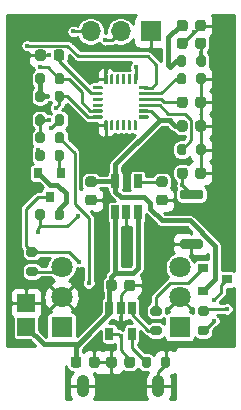
<source format=gbr>
G04 #@! TF.GenerationSoftware,KiCad,Pcbnew,(5.1.10)-1*
G04 #@! TF.CreationDate,2021-11-02T11:53:18+09:00*
G04 #@! TF.ProjectId,fishsensor,66697368-7365-46e7-936f-722e6b696361,rev?*
G04 #@! TF.SameCoordinates,Original*
G04 #@! TF.FileFunction,Copper,L1,Top*
G04 #@! TF.FilePolarity,Positive*
%FSLAX46Y46*%
G04 Gerber Fmt 4.6, Leading zero omitted, Abs format (unit mm)*
G04 Created by KiCad (PCBNEW (5.1.10)-1) date 2021-11-02 11:53:18*
%MOMM*%
%LPD*%
G01*
G04 APERTURE LIST*
G04 #@! TA.AperFunction,SMDPad,CuDef*
%ADD10R,1.500000X1.500000*%
G04 #@! TD*
G04 #@! TA.AperFunction,SMDPad,CuDef*
%ADD11R,0.800000X0.900000*%
G04 #@! TD*
G04 #@! TA.AperFunction,SMDPad,CuDef*
%ADD12R,0.900000X0.800000*%
G04 #@! TD*
G04 #@! TA.AperFunction,SMDPad,CuDef*
%ADD13R,0.650000X1.060000*%
G04 #@! TD*
G04 #@! TA.AperFunction,ComponentPad*
%ADD14O,1.050000X1.900000*%
G04 #@! TD*
G04 #@! TA.AperFunction,SMDPad,CuDef*
%ADD15O,1.700000X1.700000*%
G04 #@! TD*
G04 #@! TA.AperFunction,SMDPad,CuDef*
%ADD16R,1.700000X1.700000*%
G04 #@! TD*
G04 #@! TA.AperFunction,SMDPad,CuDef*
%ADD17R,0.650000X1.220000*%
G04 #@! TD*
G04 #@! TA.AperFunction,ComponentPad*
%ADD18C,1.800000*%
G04 #@! TD*
G04 #@! TA.AperFunction,ComponentPad*
%ADD19R,1.800000X1.800000*%
G04 #@! TD*
G04 #@! TA.AperFunction,ViaPad*
%ADD20C,0.400000*%
G04 #@! TD*
G04 #@! TA.AperFunction,Conductor*
%ADD21C,0.250000*%
G04 #@! TD*
G04 #@! TA.AperFunction,Conductor*
%ADD22C,0.400000*%
G04 #@! TD*
G04 #@! TA.AperFunction,Conductor*
%ADD23C,0.100000*%
G04 #@! TD*
G04 APERTURE END LIST*
D10*
X2000000Y-30500000D03*
X2000000Y-32500000D03*
G04 #@! TA.AperFunction,SMDPad,CuDef*
G36*
G01*
X3575000Y-17725000D02*
X3575000Y-18275000D01*
G75*
G02*
X3375000Y-18475000I-200000J0D01*
G01*
X2975000Y-18475000D01*
G75*
G02*
X2775000Y-18275000I0J200000D01*
G01*
X2775000Y-17725000D01*
G75*
G02*
X2975000Y-17525000I200000J0D01*
G01*
X3375000Y-17525000D01*
G75*
G02*
X3575000Y-17725000I0J-200000D01*
G01*
G37*
G04 #@! TD.AperFunction*
G04 #@! TA.AperFunction,SMDPad,CuDef*
G36*
G01*
X5225000Y-17725000D02*
X5225000Y-18275000D01*
G75*
G02*
X5025000Y-18475000I-200000J0D01*
G01*
X4625000Y-18475000D01*
G75*
G02*
X4425000Y-18275000I0J200000D01*
G01*
X4425000Y-17725000D01*
G75*
G02*
X4625000Y-17525000I200000J0D01*
G01*
X5025000Y-17525000D01*
G75*
G02*
X5225000Y-17725000I0J-200000D01*
G01*
G37*
G04 #@! TD.AperFunction*
G04 #@! TA.AperFunction,SMDPad,CuDef*
G36*
G01*
X12725000Y-32425000D02*
X13275000Y-32425000D01*
G75*
G02*
X13475000Y-32625000I0J-200000D01*
G01*
X13475000Y-33025000D01*
G75*
G02*
X13275000Y-33225000I-200000J0D01*
G01*
X12725000Y-33225000D01*
G75*
G02*
X12525000Y-33025000I0J200000D01*
G01*
X12525000Y-32625000D01*
G75*
G02*
X12725000Y-32425000I200000J0D01*
G01*
G37*
G04 #@! TD.AperFunction*
G04 #@! TA.AperFunction,SMDPad,CuDef*
G36*
G01*
X12725000Y-30775000D02*
X13275000Y-30775000D01*
G75*
G02*
X13475000Y-30975000I0J-200000D01*
G01*
X13475000Y-31375000D01*
G75*
G02*
X13275000Y-31575000I-200000J0D01*
G01*
X12725000Y-31575000D01*
G75*
G02*
X12525000Y-31375000I0J200000D01*
G01*
X12525000Y-30975000D01*
G75*
G02*
X12725000Y-30775000I200000J0D01*
G01*
G37*
G04 #@! TD.AperFunction*
D11*
X4000000Y-21500000D03*
X3050000Y-19500000D03*
X4950000Y-19500000D03*
D12*
X19000000Y-28500000D03*
X17000000Y-29450000D03*
X17000000Y-27550000D03*
G04 #@! TA.AperFunction,SMDPad,CuDef*
G36*
G01*
X9675000Y-35250000D02*
X9675000Y-35750000D01*
G75*
G02*
X9450000Y-35975000I-225000J0D01*
G01*
X9000000Y-35975000D01*
G75*
G02*
X8775000Y-35750000I0J225000D01*
G01*
X8775000Y-35250000D01*
G75*
G02*
X9000000Y-35025000I225000J0D01*
G01*
X9450000Y-35025000D01*
G75*
G02*
X9675000Y-35250000I0J-225000D01*
G01*
G37*
G04 #@! TD.AperFunction*
G04 #@! TA.AperFunction,SMDPad,CuDef*
G36*
G01*
X11225000Y-35250000D02*
X11225000Y-35750000D01*
G75*
G02*
X11000000Y-35975000I-225000J0D01*
G01*
X10550000Y-35975000D01*
G75*
G02*
X10325000Y-35750000I0J225000D01*
G01*
X10325000Y-35250000D01*
G75*
G02*
X10550000Y-35025000I225000J0D01*
G01*
X11000000Y-35025000D01*
G75*
G02*
X11225000Y-35250000I0J-225000D01*
G01*
G37*
G04 #@! TD.AperFunction*
D13*
X10950000Y-33100000D03*
X9050000Y-33100000D03*
X9050000Y-30900000D03*
X10000000Y-30900000D03*
X10950000Y-30900000D03*
G04 #@! TA.AperFunction,SMDPad,CuDef*
G36*
G01*
X16800000Y-25900000D02*
X15200000Y-25900000D01*
G75*
G02*
X15000000Y-25700000I0J200000D01*
G01*
X15000000Y-25300000D01*
G75*
G02*
X15200000Y-25100000I200000J0D01*
G01*
X16800000Y-25100000D01*
G75*
G02*
X17000000Y-25300000I0J-200000D01*
G01*
X17000000Y-25700000D01*
G75*
G02*
X16800000Y-25900000I-200000J0D01*
G01*
G37*
G04 #@! TD.AperFunction*
G04 #@! TA.AperFunction,SMDPad,CuDef*
G36*
G01*
X16800000Y-21700000D02*
X15200000Y-21700000D01*
G75*
G02*
X15000000Y-21500000I0J200000D01*
G01*
X15000000Y-21100000D01*
G75*
G02*
X15200000Y-20900000I200000J0D01*
G01*
X16800000Y-20900000D01*
G75*
G02*
X17000000Y-21100000I0J-200000D01*
G01*
X17000000Y-21500000D01*
G75*
G02*
X16800000Y-21700000I-200000J0D01*
G01*
G37*
G04 #@! TD.AperFunction*
G04 #@! TA.AperFunction,SMDPad,CuDef*
G36*
G01*
X16425000Y-10275000D02*
X16425000Y-9725000D01*
G75*
G02*
X16625000Y-9525000I200000J0D01*
G01*
X17025000Y-9525000D01*
G75*
G02*
X17225000Y-9725000I0J-200000D01*
G01*
X17225000Y-10275000D01*
G75*
G02*
X17025000Y-10475000I-200000J0D01*
G01*
X16625000Y-10475000D01*
G75*
G02*
X16425000Y-10275000I0J200000D01*
G01*
G37*
G04 #@! TD.AperFunction*
G04 #@! TA.AperFunction,SMDPad,CuDef*
G36*
G01*
X14775000Y-10275000D02*
X14775000Y-9725000D01*
G75*
G02*
X14975000Y-9525000I200000J0D01*
G01*
X15375000Y-9525000D01*
G75*
G02*
X15575000Y-9725000I0J-200000D01*
G01*
X15575000Y-10275000D01*
G75*
G02*
X15375000Y-10475000I-200000J0D01*
G01*
X14975000Y-10475000D01*
G75*
G02*
X14775000Y-10275000I0J200000D01*
G01*
G37*
G04 #@! TD.AperFunction*
G04 #@! TA.AperFunction,SMDPad,CuDef*
G36*
G01*
X13425000Y-35775000D02*
X13425000Y-35225000D01*
G75*
G02*
X13625000Y-35025000I200000J0D01*
G01*
X14025000Y-35025000D01*
G75*
G02*
X14225000Y-35225000I0J-200000D01*
G01*
X14225000Y-35775000D01*
G75*
G02*
X14025000Y-35975000I-200000J0D01*
G01*
X13625000Y-35975000D01*
G75*
G02*
X13425000Y-35775000I0J200000D01*
G01*
G37*
G04 #@! TD.AperFunction*
G04 #@! TA.AperFunction,SMDPad,CuDef*
G36*
G01*
X11775000Y-35775000D02*
X11775000Y-35225000D01*
G75*
G02*
X11975000Y-35025000I200000J0D01*
G01*
X12375000Y-35025000D01*
G75*
G02*
X12575000Y-35225000I0J-200000D01*
G01*
X12575000Y-35775000D01*
G75*
G02*
X12375000Y-35975000I-200000J0D01*
G01*
X11975000Y-35975000D01*
G75*
G02*
X11775000Y-35775000I0J200000D01*
G01*
G37*
G04 #@! TD.AperFunction*
D14*
X6800000Y-37550000D03*
X13200000Y-37550000D03*
G04 #@! TA.AperFunction,SMDPad,CuDef*
G36*
G01*
X15675000Y-8250000D02*
X15675000Y-8750000D01*
G75*
G02*
X15450000Y-8975000I-225000J0D01*
G01*
X15000000Y-8975000D01*
G75*
G02*
X14775000Y-8750000I0J225000D01*
G01*
X14775000Y-8250000D01*
G75*
G02*
X15000000Y-8025000I225000J0D01*
G01*
X15450000Y-8025000D01*
G75*
G02*
X15675000Y-8250000I0J-225000D01*
G01*
G37*
G04 #@! TD.AperFunction*
G04 #@! TA.AperFunction,SMDPad,CuDef*
G36*
G01*
X17225000Y-8250000D02*
X17225000Y-8750000D01*
G75*
G02*
X17000000Y-8975000I-225000J0D01*
G01*
X16550000Y-8975000D01*
G75*
G02*
X16325000Y-8750000I0J225000D01*
G01*
X16325000Y-8250000D01*
G75*
G02*
X16550000Y-8025000I225000J0D01*
G01*
X17000000Y-8025000D01*
G75*
G02*
X17225000Y-8250000I0J-225000D01*
G01*
G37*
G04 #@! TD.AperFunction*
G04 #@! TA.AperFunction,SMDPad,CuDef*
G36*
G01*
X10325000Y-29250000D02*
X10325000Y-28750000D01*
G75*
G02*
X10550000Y-28525000I225000J0D01*
G01*
X11000000Y-28525000D01*
G75*
G02*
X11225000Y-28750000I0J-225000D01*
G01*
X11225000Y-29250000D01*
G75*
G02*
X11000000Y-29475000I-225000J0D01*
G01*
X10550000Y-29475000D01*
G75*
G02*
X10325000Y-29250000I0J225000D01*
G01*
G37*
G04 #@! TD.AperFunction*
G04 #@! TA.AperFunction,SMDPad,CuDef*
G36*
G01*
X8775000Y-29250000D02*
X8775000Y-28750000D01*
G75*
G02*
X9000000Y-28525000I225000J0D01*
G01*
X9450000Y-28525000D01*
G75*
G02*
X9675000Y-28750000I0J-225000D01*
G01*
X9675000Y-29250000D01*
G75*
G02*
X9450000Y-29475000I-225000J0D01*
G01*
X9000000Y-29475000D01*
G75*
G02*
X8775000Y-29250000I0J225000D01*
G01*
G37*
G04 #@! TD.AperFunction*
D15*
X7460000Y-7500000D03*
X10000000Y-7500000D03*
D16*
X12540000Y-7500000D03*
G04 #@! TA.AperFunction,SMDPad,CuDef*
G36*
G01*
X8475000Y-14675000D02*
X8475000Y-14825000D01*
G75*
G02*
X8400000Y-14900000I-75000J0D01*
G01*
X7700000Y-14900000D01*
G75*
G02*
X7625000Y-14825000I0J75000D01*
G01*
X7625000Y-14675000D01*
G75*
G02*
X7700000Y-14600000I75000J0D01*
G01*
X8400000Y-14600000D01*
G75*
G02*
X8475000Y-14675000I0J-75000D01*
G01*
G37*
G04 #@! TD.AperFunction*
G04 #@! TA.AperFunction,SMDPad,CuDef*
G36*
G01*
X8475000Y-14175000D02*
X8475000Y-14325000D01*
G75*
G02*
X8400000Y-14400000I-75000J0D01*
G01*
X7700000Y-14400000D01*
G75*
G02*
X7625000Y-14325000I0J75000D01*
G01*
X7625000Y-14175000D01*
G75*
G02*
X7700000Y-14100000I75000J0D01*
G01*
X8400000Y-14100000D01*
G75*
G02*
X8475000Y-14175000I0J-75000D01*
G01*
G37*
G04 #@! TD.AperFunction*
G04 #@! TA.AperFunction,SMDPad,CuDef*
G36*
G01*
X8475000Y-13675000D02*
X8475000Y-13825000D01*
G75*
G02*
X8400000Y-13900000I-75000J0D01*
G01*
X7700000Y-13900000D01*
G75*
G02*
X7625000Y-13825000I0J75000D01*
G01*
X7625000Y-13675000D01*
G75*
G02*
X7700000Y-13600000I75000J0D01*
G01*
X8400000Y-13600000D01*
G75*
G02*
X8475000Y-13675000I0J-75000D01*
G01*
G37*
G04 #@! TD.AperFunction*
G04 #@! TA.AperFunction,SMDPad,CuDef*
G36*
G01*
X8475000Y-13175000D02*
X8475000Y-13325000D01*
G75*
G02*
X8400000Y-13400000I-75000J0D01*
G01*
X7700000Y-13400000D01*
G75*
G02*
X7625000Y-13325000I0J75000D01*
G01*
X7625000Y-13175000D01*
G75*
G02*
X7700000Y-13100000I75000J0D01*
G01*
X8400000Y-13100000D01*
G75*
G02*
X8475000Y-13175000I0J-75000D01*
G01*
G37*
G04 #@! TD.AperFunction*
G04 #@! TA.AperFunction,SMDPad,CuDef*
G36*
G01*
X8475000Y-12675000D02*
X8475000Y-12825000D01*
G75*
G02*
X8400000Y-12900000I-75000J0D01*
G01*
X7700000Y-12900000D01*
G75*
G02*
X7625000Y-12825000I0J75000D01*
G01*
X7625000Y-12675000D01*
G75*
G02*
X7700000Y-12600000I75000J0D01*
G01*
X8400000Y-12600000D01*
G75*
G02*
X8475000Y-12675000I0J-75000D01*
G01*
G37*
G04 #@! TD.AperFunction*
G04 #@! TA.AperFunction,SMDPad,CuDef*
G36*
G01*
X8475000Y-12175000D02*
X8475000Y-12325000D01*
G75*
G02*
X8400000Y-12400000I-75000J0D01*
G01*
X7700000Y-12400000D01*
G75*
G02*
X7625000Y-12325000I0J75000D01*
G01*
X7625000Y-12175000D01*
G75*
G02*
X7700000Y-12100000I75000J0D01*
G01*
X8400000Y-12100000D01*
G75*
G02*
X8475000Y-12175000I0J-75000D01*
G01*
G37*
G04 #@! TD.AperFunction*
G04 #@! TA.AperFunction,SMDPad,CuDef*
G36*
G01*
X8825000Y-11975000D02*
X8675000Y-11975000D01*
G75*
G02*
X8600000Y-11900000I0J75000D01*
G01*
X8600000Y-11200000D01*
G75*
G02*
X8675000Y-11125000I75000J0D01*
G01*
X8825000Y-11125000D01*
G75*
G02*
X8900000Y-11200000I0J-75000D01*
G01*
X8900000Y-11900000D01*
G75*
G02*
X8825000Y-11975000I-75000J0D01*
G01*
G37*
G04 #@! TD.AperFunction*
G04 #@! TA.AperFunction,SMDPad,CuDef*
G36*
G01*
X9325000Y-11975000D02*
X9175000Y-11975000D01*
G75*
G02*
X9100000Y-11900000I0J75000D01*
G01*
X9100000Y-11200000D01*
G75*
G02*
X9175000Y-11125000I75000J0D01*
G01*
X9325000Y-11125000D01*
G75*
G02*
X9400000Y-11200000I0J-75000D01*
G01*
X9400000Y-11900000D01*
G75*
G02*
X9325000Y-11975000I-75000J0D01*
G01*
G37*
G04 #@! TD.AperFunction*
G04 #@! TA.AperFunction,SMDPad,CuDef*
G36*
G01*
X9825000Y-11975000D02*
X9675000Y-11975000D01*
G75*
G02*
X9600000Y-11900000I0J75000D01*
G01*
X9600000Y-11200000D01*
G75*
G02*
X9675000Y-11125000I75000J0D01*
G01*
X9825000Y-11125000D01*
G75*
G02*
X9900000Y-11200000I0J-75000D01*
G01*
X9900000Y-11900000D01*
G75*
G02*
X9825000Y-11975000I-75000J0D01*
G01*
G37*
G04 #@! TD.AperFunction*
G04 #@! TA.AperFunction,SMDPad,CuDef*
G36*
G01*
X10325000Y-11975000D02*
X10175000Y-11975000D01*
G75*
G02*
X10100000Y-11900000I0J75000D01*
G01*
X10100000Y-11200000D01*
G75*
G02*
X10175000Y-11125000I75000J0D01*
G01*
X10325000Y-11125000D01*
G75*
G02*
X10400000Y-11200000I0J-75000D01*
G01*
X10400000Y-11900000D01*
G75*
G02*
X10325000Y-11975000I-75000J0D01*
G01*
G37*
G04 #@! TD.AperFunction*
G04 #@! TA.AperFunction,SMDPad,CuDef*
G36*
G01*
X10825000Y-11975000D02*
X10675000Y-11975000D01*
G75*
G02*
X10600000Y-11900000I0J75000D01*
G01*
X10600000Y-11200000D01*
G75*
G02*
X10675000Y-11125000I75000J0D01*
G01*
X10825000Y-11125000D01*
G75*
G02*
X10900000Y-11200000I0J-75000D01*
G01*
X10900000Y-11900000D01*
G75*
G02*
X10825000Y-11975000I-75000J0D01*
G01*
G37*
G04 #@! TD.AperFunction*
G04 #@! TA.AperFunction,SMDPad,CuDef*
G36*
G01*
X11325000Y-11975000D02*
X11175000Y-11975000D01*
G75*
G02*
X11100000Y-11900000I0J75000D01*
G01*
X11100000Y-11200000D01*
G75*
G02*
X11175000Y-11125000I75000J0D01*
G01*
X11325000Y-11125000D01*
G75*
G02*
X11400000Y-11200000I0J-75000D01*
G01*
X11400000Y-11900000D01*
G75*
G02*
X11325000Y-11975000I-75000J0D01*
G01*
G37*
G04 #@! TD.AperFunction*
G04 #@! TA.AperFunction,SMDPad,CuDef*
G36*
G01*
X12375000Y-12175000D02*
X12375000Y-12325000D01*
G75*
G02*
X12300000Y-12400000I-75000J0D01*
G01*
X11600000Y-12400000D01*
G75*
G02*
X11525000Y-12325000I0J75000D01*
G01*
X11525000Y-12175000D01*
G75*
G02*
X11600000Y-12100000I75000J0D01*
G01*
X12300000Y-12100000D01*
G75*
G02*
X12375000Y-12175000I0J-75000D01*
G01*
G37*
G04 #@! TD.AperFunction*
G04 #@! TA.AperFunction,SMDPad,CuDef*
G36*
G01*
X12375000Y-12675000D02*
X12375000Y-12825000D01*
G75*
G02*
X12300000Y-12900000I-75000J0D01*
G01*
X11600000Y-12900000D01*
G75*
G02*
X11525000Y-12825000I0J75000D01*
G01*
X11525000Y-12675000D01*
G75*
G02*
X11600000Y-12600000I75000J0D01*
G01*
X12300000Y-12600000D01*
G75*
G02*
X12375000Y-12675000I0J-75000D01*
G01*
G37*
G04 #@! TD.AperFunction*
G04 #@! TA.AperFunction,SMDPad,CuDef*
G36*
G01*
X12375000Y-13175000D02*
X12375000Y-13325000D01*
G75*
G02*
X12300000Y-13400000I-75000J0D01*
G01*
X11600000Y-13400000D01*
G75*
G02*
X11525000Y-13325000I0J75000D01*
G01*
X11525000Y-13175000D01*
G75*
G02*
X11600000Y-13100000I75000J0D01*
G01*
X12300000Y-13100000D01*
G75*
G02*
X12375000Y-13175000I0J-75000D01*
G01*
G37*
G04 #@! TD.AperFunction*
G04 #@! TA.AperFunction,SMDPad,CuDef*
G36*
G01*
X12375000Y-13675000D02*
X12375000Y-13825000D01*
G75*
G02*
X12300000Y-13900000I-75000J0D01*
G01*
X11600000Y-13900000D01*
G75*
G02*
X11525000Y-13825000I0J75000D01*
G01*
X11525000Y-13675000D01*
G75*
G02*
X11600000Y-13600000I75000J0D01*
G01*
X12300000Y-13600000D01*
G75*
G02*
X12375000Y-13675000I0J-75000D01*
G01*
G37*
G04 #@! TD.AperFunction*
G04 #@! TA.AperFunction,SMDPad,CuDef*
G36*
G01*
X12375000Y-14175000D02*
X12375000Y-14325000D01*
G75*
G02*
X12300000Y-14400000I-75000J0D01*
G01*
X11600000Y-14400000D01*
G75*
G02*
X11525000Y-14325000I0J75000D01*
G01*
X11525000Y-14175000D01*
G75*
G02*
X11600000Y-14100000I75000J0D01*
G01*
X12300000Y-14100000D01*
G75*
G02*
X12375000Y-14175000I0J-75000D01*
G01*
G37*
G04 #@! TD.AperFunction*
G04 #@! TA.AperFunction,SMDPad,CuDef*
G36*
G01*
X12375000Y-14675000D02*
X12375000Y-14825000D01*
G75*
G02*
X12300000Y-14900000I-75000J0D01*
G01*
X11600000Y-14900000D01*
G75*
G02*
X11525000Y-14825000I0J75000D01*
G01*
X11525000Y-14675000D01*
G75*
G02*
X11600000Y-14600000I75000J0D01*
G01*
X12300000Y-14600000D01*
G75*
G02*
X12375000Y-14675000I0J-75000D01*
G01*
G37*
G04 #@! TD.AperFunction*
G04 #@! TA.AperFunction,SMDPad,CuDef*
G36*
G01*
X11325000Y-15875000D02*
X11175000Y-15875000D01*
G75*
G02*
X11100000Y-15800000I0J75000D01*
G01*
X11100000Y-15100000D01*
G75*
G02*
X11175000Y-15025000I75000J0D01*
G01*
X11325000Y-15025000D01*
G75*
G02*
X11400000Y-15100000I0J-75000D01*
G01*
X11400000Y-15800000D01*
G75*
G02*
X11325000Y-15875000I-75000J0D01*
G01*
G37*
G04 #@! TD.AperFunction*
G04 #@! TA.AperFunction,SMDPad,CuDef*
G36*
G01*
X10825000Y-15875000D02*
X10675000Y-15875000D01*
G75*
G02*
X10600000Y-15800000I0J75000D01*
G01*
X10600000Y-15100000D01*
G75*
G02*
X10675000Y-15025000I75000J0D01*
G01*
X10825000Y-15025000D01*
G75*
G02*
X10900000Y-15100000I0J-75000D01*
G01*
X10900000Y-15800000D01*
G75*
G02*
X10825000Y-15875000I-75000J0D01*
G01*
G37*
G04 #@! TD.AperFunction*
G04 #@! TA.AperFunction,SMDPad,CuDef*
G36*
G01*
X10325000Y-15875000D02*
X10175000Y-15875000D01*
G75*
G02*
X10100000Y-15800000I0J75000D01*
G01*
X10100000Y-15100000D01*
G75*
G02*
X10175000Y-15025000I75000J0D01*
G01*
X10325000Y-15025000D01*
G75*
G02*
X10400000Y-15100000I0J-75000D01*
G01*
X10400000Y-15800000D01*
G75*
G02*
X10325000Y-15875000I-75000J0D01*
G01*
G37*
G04 #@! TD.AperFunction*
G04 #@! TA.AperFunction,SMDPad,CuDef*
G36*
G01*
X9825000Y-15875000D02*
X9675000Y-15875000D01*
G75*
G02*
X9600000Y-15800000I0J75000D01*
G01*
X9600000Y-15100000D01*
G75*
G02*
X9675000Y-15025000I75000J0D01*
G01*
X9825000Y-15025000D01*
G75*
G02*
X9900000Y-15100000I0J-75000D01*
G01*
X9900000Y-15800000D01*
G75*
G02*
X9825000Y-15875000I-75000J0D01*
G01*
G37*
G04 #@! TD.AperFunction*
G04 #@! TA.AperFunction,SMDPad,CuDef*
G36*
G01*
X9325000Y-15875000D02*
X9175000Y-15875000D01*
G75*
G02*
X9100000Y-15800000I0J75000D01*
G01*
X9100000Y-15100000D01*
G75*
G02*
X9175000Y-15025000I75000J0D01*
G01*
X9325000Y-15025000D01*
G75*
G02*
X9400000Y-15100000I0J-75000D01*
G01*
X9400000Y-15800000D01*
G75*
G02*
X9325000Y-15875000I-75000J0D01*
G01*
G37*
G04 #@! TD.AperFunction*
G04 #@! TA.AperFunction,SMDPad,CuDef*
G36*
G01*
X8825000Y-15875000D02*
X8675000Y-15875000D01*
G75*
G02*
X8600000Y-15800000I0J75000D01*
G01*
X8600000Y-15100000D01*
G75*
G02*
X8675000Y-15025000I75000J0D01*
G01*
X8825000Y-15025000D01*
G75*
G02*
X8900000Y-15100000I0J-75000D01*
G01*
X8900000Y-15800000D01*
G75*
G02*
X8825000Y-15875000I-75000J0D01*
G01*
G37*
G04 #@! TD.AperFunction*
D17*
X9550000Y-20190000D03*
X11450000Y-20190000D03*
X11450000Y-22810000D03*
X10500000Y-22810000D03*
X9550000Y-22810000D03*
G04 #@! TA.AperFunction,SMDPad,CuDef*
G36*
G01*
X17275000Y-31575000D02*
X16725000Y-31575000D01*
G75*
G02*
X16525000Y-31375000I0J200000D01*
G01*
X16525000Y-30975000D01*
G75*
G02*
X16725000Y-30775000I200000J0D01*
G01*
X17275000Y-30775000D01*
G75*
G02*
X17475000Y-30975000I0J-200000D01*
G01*
X17475000Y-31375000D01*
G75*
G02*
X17275000Y-31575000I-200000J0D01*
G01*
G37*
G04 #@! TD.AperFunction*
G04 #@! TA.AperFunction,SMDPad,CuDef*
G36*
G01*
X17275000Y-33225000D02*
X16725000Y-33225000D01*
G75*
G02*
X16525000Y-33025000I0J200000D01*
G01*
X16525000Y-32625000D01*
G75*
G02*
X16725000Y-32425000I200000J0D01*
G01*
X17275000Y-32425000D01*
G75*
G02*
X17475000Y-32625000I0J-200000D01*
G01*
X17475000Y-33025000D01*
G75*
G02*
X17275000Y-33225000I-200000J0D01*
G01*
G37*
G04 #@! TD.AperFunction*
G04 #@! TA.AperFunction,SMDPad,CuDef*
G36*
G01*
X4425000Y-16775000D02*
X4425000Y-16225000D01*
G75*
G02*
X4625000Y-16025000I200000J0D01*
G01*
X5025000Y-16025000D01*
G75*
G02*
X5225000Y-16225000I0J-200000D01*
G01*
X5225000Y-16775000D01*
G75*
G02*
X5025000Y-16975000I-200000J0D01*
G01*
X4625000Y-16975000D01*
G75*
G02*
X4425000Y-16775000I0J200000D01*
G01*
G37*
G04 #@! TD.AperFunction*
G04 #@! TA.AperFunction,SMDPad,CuDef*
G36*
G01*
X2775000Y-16775000D02*
X2775000Y-16225000D01*
G75*
G02*
X2975000Y-16025000I200000J0D01*
G01*
X3375000Y-16025000D01*
G75*
G02*
X3575000Y-16225000I0J-200000D01*
G01*
X3575000Y-16775000D01*
G75*
G02*
X3375000Y-16975000I-200000J0D01*
G01*
X2975000Y-16975000D01*
G75*
G02*
X2775000Y-16775000I0J200000D01*
G01*
G37*
G04 #@! TD.AperFunction*
G04 #@! TA.AperFunction,SMDPad,CuDef*
G36*
G01*
X16425000Y-11775000D02*
X16425000Y-11225000D01*
G75*
G02*
X16625000Y-11025000I200000J0D01*
G01*
X17025000Y-11025000D01*
G75*
G02*
X17225000Y-11225000I0J-200000D01*
G01*
X17225000Y-11775000D01*
G75*
G02*
X17025000Y-11975000I-200000J0D01*
G01*
X16625000Y-11975000D01*
G75*
G02*
X16425000Y-11775000I0J200000D01*
G01*
G37*
G04 #@! TD.AperFunction*
G04 #@! TA.AperFunction,SMDPad,CuDef*
G36*
G01*
X14775000Y-11775000D02*
X14775000Y-11225000D01*
G75*
G02*
X14975000Y-11025000I200000J0D01*
G01*
X15375000Y-11025000D01*
G75*
G02*
X15575000Y-11225000I0J-200000D01*
G01*
X15575000Y-11775000D01*
G75*
G02*
X15375000Y-11975000I-200000J0D01*
G01*
X14975000Y-11975000D01*
G75*
G02*
X14775000Y-11775000I0J200000D01*
G01*
G37*
G04 #@! TD.AperFunction*
G04 #@! TA.AperFunction,SMDPad,CuDef*
G36*
G01*
X16425000Y-17775000D02*
X16425000Y-17225000D01*
G75*
G02*
X16625000Y-17025000I200000J0D01*
G01*
X17025000Y-17025000D01*
G75*
G02*
X17225000Y-17225000I0J-200000D01*
G01*
X17225000Y-17775000D01*
G75*
G02*
X17025000Y-17975000I-200000J0D01*
G01*
X16625000Y-17975000D01*
G75*
G02*
X16425000Y-17775000I0J200000D01*
G01*
G37*
G04 #@! TD.AperFunction*
G04 #@! TA.AperFunction,SMDPad,CuDef*
G36*
G01*
X14775000Y-17775000D02*
X14775000Y-17225000D01*
G75*
G02*
X14975000Y-17025000I200000J0D01*
G01*
X15375000Y-17025000D01*
G75*
G02*
X15575000Y-17225000I0J-200000D01*
G01*
X15575000Y-17775000D01*
G75*
G02*
X15375000Y-17975000I-200000J0D01*
G01*
X14975000Y-17975000D01*
G75*
G02*
X14775000Y-17775000I0J200000D01*
G01*
G37*
G04 #@! TD.AperFunction*
G04 #@! TA.AperFunction,SMDPad,CuDef*
G36*
G01*
X4425000Y-13275000D02*
X4425000Y-12725000D01*
G75*
G02*
X4625000Y-12525000I200000J0D01*
G01*
X5025000Y-12525000D01*
G75*
G02*
X5225000Y-12725000I0J-200000D01*
G01*
X5225000Y-13275000D01*
G75*
G02*
X5025000Y-13475000I-200000J0D01*
G01*
X4625000Y-13475000D01*
G75*
G02*
X4425000Y-13275000I0J200000D01*
G01*
G37*
G04 #@! TD.AperFunction*
G04 #@! TA.AperFunction,SMDPad,CuDef*
G36*
G01*
X2775000Y-13275000D02*
X2775000Y-12725000D01*
G75*
G02*
X2975000Y-12525000I200000J0D01*
G01*
X3375000Y-12525000D01*
G75*
G02*
X3575000Y-12725000I0J-200000D01*
G01*
X3575000Y-13275000D01*
G75*
G02*
X3375000Y-13475000I-200000J0D01*
G01*
X2975000Y-13475000D01*
G75*
G02*
X2775000Y-13275000I0J200000D01*
G01*
G37*
G04 #@! TD.AperFunction*
G04 #@! TA.AperFunction,SMDPad,CuDef*
G36*
G01*
X4425000Y-11775000D02*
X4425000Y-11225000D01*
G75*
G02*
X4625000Y-11025000I200000J0D01*
G01*
X5025000Y-11025000D01*
G75*
G02*
X5225000Y-11225000I0J-200000D01*
G01*
X5225000Y-11775000D01*
G75*
G02*
X5025000Y-11975000I-200000J0D01*
G01*
X4625000Y-11975000D01*
G75*
G02*
X4425000Y-11775000I0J200000D01*
G01*
G37*
G04 #@! TD.AperFunction*
G04 #@! TA.AperFunction,SMDPad,CuDef*
G36*
G01*
X2775000Y-11775000D02*
X2775000Y-11225000D01*
G75*
G02*
X2975000Y-11025000I200000J0D01*
G01*
X3375000Y-11025000D01*
G75*
G02*
X3575000Y-11225000I0J-200000D01*
G01*
X3575000Y-11775000D01*
G75*
G02*
X3375000Y-11975000I-200000J0D01*
G01*
X2975000Y-11975000D01*
G75*
G02*
X2775000Y-11775000I0J200000D01*
G01*
G37*
G04 #@! TD.AperFunction*
G04 #@! TA.AperFunction,SMDPad,CuDef*
G36*
G01*
X2225000Y-27425000D02*
X2775000Y-27425000D01*
G75*
G02*
X2975000Y-27625000I0J-200000D01*
G01*
X2975000Y-28025000D01*
G75*
G02*
X2775000Y-28225000I-200000J0D01*
G01*
X2225000Y-28225000D01*
G75*
G02*
X2025000Y-28025000I0J200000D01*
G01*
X2025000Y-27625000D01*
G75*
G02*
X2225000Y-27425000I200000J0D01*
G01*
G37*
G04 #@! TD.AperFunction*
G04 #@! TA.AperFunction,SMDPad,CuDef*
G36*
G01*
X2225000Y-25775000D02*
X2775000Y-25775000D01*
G75*
G02*
X2975000Y-25975000I0J-200000D01*
G01*
X2975000Y-26375000D01*
G75*
G02*
X2775000Y-26575000I-200000J0D01*
G01*
X2225000Y-26575000D01*
G75*
G02*
X2025000Y-26375000I0J200000D01*
G01*
X2025000Y-25975000D01*
G75*
G02*
X2225000Y-25775000I200000J0D01*
G01*
G37*
G04 #@! TD.AperFunction*
G04 #@! TA.AperFunction,SMDPad,CuDef*
G36*
G01*
X4425000Y-15275000D02*
X4425000Y-14725000D01*
G75*
G02*
X4625000Y-14525000I200000J0D01*
G01*
X5025000Y-14525000D01*
G75*
G02*
X5225000Y-14725000I0J-200000D01*
G01*
X5225000Y-15275000D01*
G75*
G02*
X5025000Y-15475000I-200000J0D01*
G01*
X4625000Y-15475000D01*
G75*
G02*
X4425000Y-15275000I0J200000D01*
G01*
G37*
G04 #@! TD.AperFunction*
G04 #@! TA.AperFunction,SMDPad,CuDef*
G36*
G01*
X2775000Y-15275000D02*
X2775000Y-14725000D01*
G75*
G02*
X2975000Y-14525000I200000J0D01*
G01*
X3375000Y-14525000D01*
G75*
G02*
X3575000Y-14725000I0J-200000D01*
G01*
X3575000Y-15275000D01*
G75*
G02*
X3375000Y-15475000I-200000J0D01*
G01*
X2975000Y-15475000D01*
G75*
G02*
X2775000Y-15275000I0J200000D01*
G01*
G37*
G04 #@! TD.AperFunction*
G04 #@! TA.AperFunction,SMDPad,CuDef*
G36*
G01*
X4425000Y-23275000D02*
X4425000Y-22725000D01*
G75*
G02*
X4625000Y-22525000I200000J0D01*
G01*
X5025000Y-22525000D01*
G75*
G02*
X5225000Y-22725000I0J-200000D01*
G01*
X5225000Y-23275000D01*
G75*
G02*
X5025000Y-23475000I-200000J0D01*
G01*
X4625000Y-23475000D01*
G75*
G02*
X4425000Y-23275000I0J200000D01*
G01*
G37*
G04 #@! TD.AperFunction*
G04 #@! TA.AperFunction,SMDPad,CuDef*
G36*
G01*
X2775000Y-23275000D02*
X2775000Y-22725000D01*
G75*
G02*
X2975000Y-22525000I200000J0D01*
G01*
X3375000Y-22525000D01*
G75*
G02*
X3575000Y-22725000I0J-200000D01*
G01*
X3575000Y-23275000D01*
G75*
G02*
X3375000Y-23475000I-200000J0D01*
G01*
X2975000Y-23475000D01*
G75*
G02*
X2775000Y-23275000I0J200000D01*
G01*
G37*
G04 #@! TD.AperFunction*
D18*
X15000000Y-27460000D03*
X15000000Y-30000000D03*
D19*
X15000000Y-32540000D03*
D18*
X5000000Y-27460000D03*
X5000000Y-30000000D03*
D19*
X5000000Y-32540000D03*
G04 #@! TA.AperFunction,SMDPad,CuDef*
G36*
G01*
X4325000Y-9750000D02*
X4325000Y-9250000D01*
G75*
G02*
X4550000Y-9025000I225000J0D01*
G01*
X5000000Y-9025000D01*
G75*
G02*
X5225000Y-9250000I0J-225000D01*
G01*
X5225000Y-9750000D01*
G75*
G02*
X5000000Y-9975000I-225000J0D01*
G01*
X4550000Y-9975000D01*
G75*
G02*
X4325000Y-9750000I0J225000D01*
G01*
G37*
G04 #@! TD.AperFunction*
G04 #@! TA.AperFunction,SMDPad,CuDef*
G36*
G01*
X2775000Y-9750000D02*
X2775000Y-9250000D01*
G75*
G02*
X3000000Y-9025000I225000J0D01*
G01*
X3450000Y-9025000D01*
G75*
G02*
X3675000Y-9250000I0J-225000D01*
G01*
X3675000Y-9750000D01*
G75*
G02*
X3450000Y-9975000I-225000J0D01*
G01*
X3000000Y-9975000D01*
G75*
G02*
X2775000Y-9750000I0J225000D01*
G01*
G37*
G04 #@! TD.AperFunction*
G04 #@! TA.AperFunction,SMDPad,CuDef*
G36*
G01*
X15675000Y-13250000D02*
X15675000Y-13750000D01*
G75*
G02*
X15450000Y-13975000I-225000J0D01*
G01*
X15000000Y-13975000D01*
G75*
G02*
X14775000Y-13750000I0J225000D01*
G01*
X14775000Y-13250000D01*
G75*
G02*
X15000000Y-13025000I225000J0D01*
G01*
X15450000Y-13025000D01*
G75*
G02*
X15675000Y-13250000I0J-225000D01*
G01*
G37*
G04 #@! TD.AperFunction*
G04 #@! TA.AperFunction,SMDPad,CuDef*
G36*
G01*
X17225000Y-13250000D02*
X17225000Y-13750000D01*
G75*
G02*
X17000000Y-13975000I-225000J0D01*
G01*
X16550000Y-13975000D01*
G75*
G02*
X16325000Y-13750000I0J225000D01*
G01*
X16325000Y-13250000D01*
G75*
G02*
X16550000Y-13025000I225000J0D01*
G01*
X17000000Y-13025000D01*
G75*
G02*
X17225000Y-13250000I0J-225000D01*
G01*
G37*
G04 #@! TD.AperFunction*
G04 #@! TA.AperFunction,SMDPad,CuDef*
G36*
G01*
X16325000Y-15750000D02*
X16325000Y-15250000D01*
G75*
G02*
X16550000Y-15025000I225000J0D01*
G01*
X17000000Y-15025000D01*
G75*
G02*
X17225000Y-15250000I0J-225000D01*
G01*
X17225000Y-15750000D01*
G75*
G02*
X17000000Y-15975000I-225000J0D01*
G01*
X16550000Y-15975000D01*
G75*
G02*
X16325000Y-15750000I0J225000D01*
G01*
G37*
G04 #@! TD.AperFunction*
G04 #@! TA.AperFunction,SMDPad,CuDef*
G36*
G01*
X14775000Y-15750000D02*
X14775000Y-15250000D01*
G75*
G02*
X15000000Y-15025000I225000J0D01*
G01*
X15450000Y-15025000D01*
G75*
G02*
X15675000Y-15250000I0J-225000D01*
G01*
X15675000Y-15750000D01*
G75*
G02*
X15450000Y-15975000I-225000J0D01*
G01*
X15000000Y-15975000D01*
G75*
G02*
X14775000Y-15750000I0J225000D01*
G01*
G37*
G04 #@! TD.AperFunction*
G04 #@! TA.AperFunction,SMDPad,CuDef*
G36*
G01*
X15675000Y-6750000D02*
X15675000Y-7250000D01*
G75*
G02*
X15450000Y-7475000I-225000J0D01*
G01*
X15000000Y-7475000D01*
G75*
G02*
X14775000Y-7250000I0J225000D01*
G01*
X14775000Y-6750000D01*
G75*
G02*
X15000000Y-6525000I225000J0D01*
G01*
X15450000Y-6525000D01*
G75*
G02*
X15675000Y-6750000I0J-225000D01*
G01*
G37*
G04 #@! TD.AperFunction*
G04 #@! TA.AperFunction,SMDPad,CuDef*
G36*
G01*
X17225000Y-6750000D02*
X17225000Y-7250000D01*
G75*
G02*
X17000000Y-7475000I-225000J0D01*
G01*
X16550000Y-7475000D01*
G75*
G02*
X16325000Y-7250000I0J225000D01*
G01*
X16325000Y-6750000D01*
G75*
G02*
X16550000Y-6525000I225000J0D01*
G01*
X17000000Y-6525000D01*
G75*
G02*
X17225000Y-6750000I0J-225000D01*
G01*
G37*
G04 #@! TD.AperFunction*
G04 #@! TA.AperFunction,SMDPad,CuDef*
G36*
G01*
X7250000Y-21325000D02*
X7750000Y-21325000D01*
G75*
G02*
X7975000Y-21550000I0J-225000D01*
G01*
X7975000Y-22000000D01*
G75*
G02*
X7750000Y-22225000I-225000J0D01*
G01*
X7250000Y-22225000D01*
G75*
G02*
X7025000Y-22000000I0J225000D01*
G01*
X7025000Y-21550000D01*
G75*
G02*
X7250000Y-21325000I225000J0D01*
G01*
G37*
G04 #@! TD.AperFunction*
G04 #@! TA.AperFunction,SMDPad,CuDef*
G36*
G01*
X7250000Y-19775000D02*
X7750000Y-19775000D01*
G75*
G02*
X7975000Y-20000000I0J-225000D01*
G01*
X7975000Y-20450000D01*
G75*
G02*
X7750000Y-20675000I-225000J0D01*
G01*
X7250000Y-20675000D01*
G75*
G02*
X7025000Y-20450000I0J225000D01*
G01*
X7025000Y-20000000D01*
G75*
G02*
X7250000Y-19775000I225000J0D01*
G01*
G37*
G04 #@! TD.AperFunction*
G04 #@! TA.AperFunction,SMDPad,CuDef*
G36*
G01*
X13750000Y-20675000D02*
X13250000Y-20675000D01*
G75*
G02*
X13025000Y-20450000I0J225000D01*
G01*
X13025000Y-20000000D01*
G75*
G02*
X13250000Y-19775000I225000J0D01*
G01*
X13750000Y-19775000D01*
G75*
G02*
X13975000Y-20000000I0J-225000D01*
G01*
X13975000Y-20450000D01*
G75*
G02*
X13750000Y-20675000I-225000J0D01*
G01*
G37*
G04 #@! TD.AperFunction*
G04 #@! TA.AperFunction,SMDPad,CuDef*
G36*
G01*
X13750000Y-22225000D02*
X13250000Y-22225000D01*
G75*
G02*
X13025000Y-22000000I0J225000D01*
G01*
X13025000Y-21550000D01*
G75*
G02*
X13250000Y-21325000I225000J0D01*
G01*
X13750000Y-21325000D01*
G75*
G02*
X13975000Y-21550000I0J-225000D01*
G01*
X13975000Y-22000000D01*
G75*
G02*
X13750000Y-22225000I-225000J0D01*
G01*
G37*
G04 #@! TD.AperFunction*
G04 #@! TA.AperFunction,SMDPad,CuDef*
G36*
G01*
X7325000Y-35750000D02*
X7325000Y-35250000D01*
G75*
G02*
X7550000Y-35025000I225000J0D01*
G01*
X8000000Y-35025000D01*
G75*
G02*
X8225000Y-35250000I0J-225000D01*
G01*
X8225000Y-35750000D01*
G75*
G02*
X8000000Y-35975000I-225000J0D01*
G01*
X7550000Y-35975000D01*
G75*
G02*
X7325000Y-35750000I0J225000D01*
G01*
G37*
G04 #@! TD.AperFunction*
G04 #@! TA.AperFunction,SMDPad,CuDef*
G36*
G01*
X5775000Y-35750000D02*
X5775000Y-35250000D01*
G75*
G02*
X6000000Y-35025000I225000J0D01*
G01*
X6450000Y-35025000D01*
G75*
G02*
X6675000Y-35250000I0J-225000D01*
G01*
X6675000Y-35750000D01*
G75*
G02*
X6450000Y-35975000I-225000J0D01*
G01*
X6000000Y-35975000D01*
G75*
G02*
X5775000Y-35750000I0J225000D01*
G01*
G37*
G04 #@! TD.AperFunction*
G04 #@! TA.AperFunction,SMDPad,CuDef*
G36*
G01*
X16325000Y-19750000D02*
X16325000Y-19250000D01*
G75*
G02*
X16550000Y-19025000I225000J0D01*
G01*
X17000000Y-19025000D01*
G75*
G02*
X17225000Y-19250000I0J-225000D01*
G01*
X17225000Y-19750000D01*
G75*
G02*
X17000000Y-19975000I-225000J0D01*
G01*
X16550000Y-19975000D01*
G75*
G02*
X16325000Y-19750000I0J225000D01*
G01*
G37*
G04 #@! TD.AperFunction*
G04 #@! TA.AperFunction,SMDPad,CuDef*
G36*
G01*
X14775000Y-19750000D02*
X14775000Y-19250000D01*
G75*
G02*
X15000000Y-19025000I225000J0D01*
G01*
X15450000Y-19025000D01*
G75*
G02*
X15675000Y-19250000I0J-225000D01*
G01*
X15675000Y-19750000D01*
G75*
G02*
X15450000Y-19975000I-225000J0D01*
G01*
X15000000Y-19975000D01*
G75*
G02*
X14775000Y-19750000I0J225000D01*
G01*
G37*
G04 #@! TD.AperFunction*
D20*
X7500000Y-18500000D03*
X3900000Y-9500000D03*
X3900000Y-8100000D03*
X8700000Y-9000000D03*
X8700000Y-10200000D03*
X10500000Y-27000000D03*
X12700000Y-29300000D03*
X12600000Y-27000000D03*
X16237500Y-7537500D03*
X10000000Y-31800000D03*
X15225000Y-20525000D03*
X6378768Y-23121232D03*
X2984999Y-24500000D03*
X8510000Y-20190000D03*
X11300000Y-10500000D03*
X14200000Y-15000000D03*
X5375000Y-21500000D03*
X14200000Y-10500000D03*
X3790065Y-12923851D03*
X4100000Y-15700000D03*
X19000000Y-31000000D03*
X7300000Y-28800000D03*
X3900000Y-15000000D03*
X3000000Y-17500000D03*
X3200000Y-10500000D03*
X4500000Y-14000000D03*
X2100000Y-8700000D03*
X16825000Y-9365000D03*
X6000000Y-7500000D03*
X8700000Y-8200000D03*
X10000000Y-33300000D03*
X6500000Y-27000000D03*
X17900000Y-32000000D03*
X17900000Y-30200000D03*
D21*
X8750000Y-17250000D02*
X8200000Y-17800000D01*
X8750000Y-15450000D02*
X8750000Y-17250000D01*
X8200000Y-17800000D02*
X7500000Y-18500000D01*
X16825000Y-13450000D02*
X16775000Y-13500000D01*
X16825000Y-11500000D02*
X16825000Y-13450000D01*
X16775000Y-13500000D02*
X16775000Y-19500000D01*
X3225000Y-9500000D02*
X3900000Y-9500000D01*
X3900000Y-8100000D02*
X5700000Y-8100000D01*
X6600000Y-9000000D02*
X8700000Y-9000000D01*
X5700000Y-8100000D02*
X6600000Y-9000000D01*
X8700000Y-11500000D02*
X8750000Y-11550000D01*
X8700000Y-10200000D02*
X8700000Y-11500000D01*
X15225000Y-8500000D02*
X15275000Y-8500000D01*
X10000000Y-29775000D02*
X10775000Y-29000000D01*
X10000000Y-30900000D02*
X10000000Y-29775000D01*
X13825000Y-35500000D02*
X13825000Y-35675000D01*
X13200000Y-36300000D02*
X13200000Y-37550000D01*
X13825000Y-35675000D02*
X13200000Y-36300000D01*
X12700000Y-29300000D02*
X12400000Y-29000000D01*
X12400000Y-29000000D02*
X10775000Y-29000000D01*
X12700000Y-27100000D02*
X12600000Y-27000000D01*
X12700000Y-29300000D02*
X12700000Y-27100000D01*
X16237500Y-7537500D02*
X16775000Y-7000000D01*
X15275000Y-8500000D02*
X16237500Y-7537500D01*
X10000000Y-30900000D02*
X10000000Y-31800000D01*
X15225000Y-20525000D02*
X16000000Y-21300000D01*
X15225000Y-19500000D02*
X15225000Y-20525000D01*
X6378768Y-23121232D02*
X5499990Y-24000010D01*
X3175000Y-23975000D02*
X3200010Y-24000010D01*
X3175000Y-23000000D02*
X3175000Y-23975000D01*
X5499990Y-24000010D02*
X3200010Y-24000010D01*
X2984999Y-24165001D02*
X3175000Y-23975000D01*
X2984999Y-24500000D02*
X2984999Y-24165001D01*
X11485000Y-20225000D02*
X11450000Y-20190000D01*
X13500000Y-20225000D02*
X11485000Y-20225000D01*
D22*
X7535000Y-20190000D02*
X7500000Y-20225000D01*
X8510000Y-20190000D02*
X7535000Y-20190000D01*
X9550000Y-20190000D02*
X8510000Y-20190000D01*
D21*
X11300000Y-11500000D02*
X11250000Y-11550000D01*
X11300000Y-10500000D02*
X11300000Y-11500000D01*
D22*
X9550000Y-20190000D02*
X9550000Y-18750000D01*
X9550000Y-18750000D02*
X13300000Y-15000000D01*
X13300000Y-15000000D02*
X14200000Y-15000000D01*
D21*
X12550000Y-14250000D02*
X13300000Y-15000000D01*
X11950000Y-14250000D02*
X12550000Y-14250000D01*
D22*
X3175000Y-12275000D02*
X3175000Y-13000000D01*
X3175000Y-11500000D02*
X3175000Y-12275000D01*
X5375000Y-21500000D02*
X5375000Y-21950000D01*
X5375000Y-21214998D02*
X4660002Y-20500000D01*
X5375000Y-21500000D02*
X5375000Y-21214998D01*
X4050000Y-20500000D02*
X3050000Y-19500000D01*
X4660002Y-20500000D02*
X4050000Y-20500000D01*
X14700000Y-10000000D02*
X14200000Y-10500000D01*
X15175000Y-10000000D02*
X14700000Y-10000000D01*
X15225000Y-7000000D02*
X15000000Y-7000000D01*
X15000000Y-7000000D02*
X14000000Y-8000000D01*
X14000001Y-10300001D02*
X14200000Y-10500000D01*
X14000000Y-8000000D02*
X14000001Y-10300001D01*
X4825000Y-22500000D02*
X5375000Y-21950000D01*
X4825000Y-23000000D02*
X4825000Y-22500000D01*
X3251149Y-12923851D02*
X3175000Y-13000000D01*
X3790065Y-12923851D02*
X3251149Y-12923851D01*
X14650000Y-15500000D02*
X14200000Y-15050000D01*
X15225000Y-15500000D02*
X14650000Y-15500000D01*
X17000000Y-29450000D02*
X18000000Y-28450000D01*
X18000000Y-28450000D02*
X18000000Y-25651456D01*
X18000000Y-25651456D02*
X15848544Y-23500000D01*
X15848544Y-23500000D02*
X13500000Y-23500000D01*
X13500000Y-23500000D02*
X12500000Y-22500000D01*
X12500000Y-22500000D02*
X12500000Y-22000000D01*
X12500000Y-22000000D02*
X12000000Y-21500000D01*
X12000000Y-21500000D02*
X10000000Y-21500000D01*
X9550000Y-21050000D02*
X9550000Y-20190000D01*
X10000000Y-21500000D02*
X9550000Y-21050000D01*
D21*
X11950000Y-13250000D02*
X13450000Y-13250000D01*
X13700000Y-13500000D02*
X15225000Y-13500000D01*
X13450000Y-13250000D02*
X13700000Y-13500000D01*
X7925010Y-12725010D02*
X7525010Y-12725010D01*
X7950000Y-12750000D02*
X7925010Y-12725010D01*
X8050000Y-12750000D02*
X7950000Y-12750000D01*
X4775000Y-9975000D02*
X4775000Y-9500000D01*
X7525010Y-12725010D02*
X4775000Y-9975000D01*
X4635000Y-27825000D02*
X5000000Y-27460000D01*
X2500000Y-27825000D02*
X4635000Y-27825000D01*
X4825000Y-15000000D02*
X4800000Y-15000000D01*
X4800000Y-15000000D02*
X4100000Y-15700000D01*
X17175000Y-31000000D02*
X17000000Y-31175000D01*
X19000000Y-31000000D02*
X17175000Y-31000000D01*
X6100000Y-17775000D02*
X4825000Y-16500000D01*
X6100000Y-22100000D02*
X6100000Y-17775000D01*
X7300000Y-23300000D02*
X6100000Y-22100000D01*
X7300000Y-28800000D02*
X7300000Y-23300000D01*
X3175000Y-15000000D02*
X3175000Y-16500000D01*
X3900000Y-15000000D02*
X3175000Y-15000000D01*
X3000000Y-17825000D02*
X3175000Y-18000000D01*
X3000000Y-17500000D02*
X3000000Y-17825000D01*
X8050000Y-14250000D02*
X7450000Y-14250000D01*
X7450000Y-14250000D02*
X6700000Y-13500000D01*
X6700000Y-13500000D02*
X6700000Y-12600000D01*
X5600000Y-11500000D02*
X4825000Y-11500000D01*
X6700000Y-12600000D02*
X5600000Y-11500000D01*
X4825000Y-11500000D02*
X3825000Y-10500000D01*
X3825000Y-10500000D02*
X3200000Y-10500000D01*
X8050000Y-14750000D02*
X7250000Y-14750000D01*
X5500000Y-13000000D02*
X4825000Y-13000000D01*
X6150000Y-13650000D02*
X5500000Y-13000000D01*
X7250000Y-14750000D02*
X6150000Y-13650000D01*
X4825000Y-13675000D02*
X4500000Y-14000000D01*
X4825000Y-13000000D02*
X4825000Y-13675000D01*
X16000000Y-16675000D02*
X15175000Y-17500000D01*
X16000000Y-15022166D02*
X16000000Y-16675000D01*
X15452824Y-14474990D02*
X16000000Y-15022166D01*
X14038580Y-14474990D02*
X15452824Y-14474990D01*
X13313590Y-13750000D02*
X14038580Y-14474990D01*
X11950000Y-13750000D02*
X13313590Y-13750000D01*
X11950000Y-12750000D02*
X13450000Y-12750000D01*
X14700000Y-11500000D02*
X15175000Y-11500000D01*
X13450000Y-12750000D02*
X14700000Y-11500000D01*
X11950000Y-12250000D02*
X12650000Y-12250000D01*
X12650000Y-12250000D02*
X13000000Y-11900000D01*
X13000000Y-11900000D02*
X13000000Y-10300000D01*
X13000000Y-10300000D02*
X12300000Y-9600000D01*
X12300000Y-9600000D02*
X6400000Y-9600000D01*
X5500000Y-8700000D02*
X2100000Y-8700000D01*
X6400000Y-9600000D02*
X5500000Y-8700000D01*
X16825000Y-8550000D02*
X16775000Y-8500000D01*
X16825000Y-10000000D02*
X16825000Y-8550000D01*
X6000000Y-7500000D02*
X7460000Y-7500000D01*
X9300000Y-8200000D02*
X10000000Y-7500000D01*
X8700000Y-8200000D02*
X9300000Y-8200000D01*
D22*
X9550000Y-27175000D02*
X9500000Y-27225000D01*
X9550000Y-22810000D02*
X9550000Y-24950000D01*
X6225000Y-34195002D02*
X6225000Y-35500000D01*
X9050000Y-30900000D02*
X9050000Y-31370002D01*
X9225000Y-29000000D02*
X9225000Y-28275000D01*
X9550000Y-27950000D02*
X9550000Y-26050000D01*
X9550000Y-26050000D02*
X9550000Y-27175000D01*
X9225000Y-28275000D02*
X9550000Y-27950000D01*
X9550000Y-24950000D02*
X9550000Y-26050000D01*
X9550000Y-27950000D02*
X11050000Y-27950000D01*
X11450000Y-27550000D02*
X11450000Y-26450000D01*
X11050000Y-27950000D02*
X11450000Y-27550000D01*
X11450000Y-22810000D02*
X11450000Y-26450000D01*
X9050000Y-29175000D02*
X9225000Y-29000000D01*
X9050000Y-30900000D02*
X9050000Y-29175000D01*
X3500000Y-34000000D02*
X6420002Y-34000000D01*
X2000000Y-32500000D02*
X3500000Y-34000000D01*
X6420002Y-34000000D02*
X8460001Y-31960001D01*
X8460001Y-31960001D02*
X6225000Y-34195002D01*
X9050000Y-31370002D02*
X8460001Y-31960001D01*
D21*
X10950000Y-34275000D02*
X12175000Y-35500000D01*
X10950000Y-33100000D02*
X10950000Y-34275000D01*
X9800000Y-33100000D02*
X10000000Y-33300000D01*
X9050000Y-33100000D02*
X9800000Y-33100000D01*
X10775000Y-35500000D02*
X10775000Y-35275000D01*
X10000000Y-34500000D02*
X10000000Y-33300000D01*
X10775000Y-35275000D02*
X10000000Y-34500000D01*
X10950000Y-30900000D02*
X10950000Y-31450000D01*
X12325000Y-32825000D02*
X13000000Y-32825000D01*
X10950000Y-31450000D02*
X12325000Y-32825000D01*
X3000000Y-21500000D02*
X4000000Y-21500000D01*
X2000000Y-22500000D02*
X3000000Y-21500000D01*
X2000000Y-25675000D02*
X2000000Y-22500000D01*
X2500000Y-26175000D02*
X2000000Y-25675000D01*
X5675000Y-26175000D02*
X6500000Y-27000000D01*
X2500000Y-26175000D02*
X5675000Y-26175000D01*
X18500000Y-29000000D02*
X19000000Y-28500000D01*
X18500000Y-29500000D02*
X18500000Y-29000000D01*
X17075000Y-32825000D02*
X17900000Y-32000000D01*
X17000000Y-32825000D02*
X17075000Y-32825000D01*
X18500000Y-29600000D02*
X17900000Y-30200000D01*
X18500000Y-29500000D02*
X18500000Y-29600000D01*
X16950000Y-27550000D02*
X17000000Y-27550000D01*
X15725001Y-28774999D02*
X16950000Y-27550000D01*
X14225001Y-28774999D02*
X15725001Y-28774999D01*
X13000000Y-30000000D02*
X14225001Y-28774999D01*
X13000000Y-31175000D02*
X13000000Y-30000000D01*
X4825000Y-19375000D02*
X4950000Y-19500000D01*
X4825000Y-18000000D02*
X4825000Y-19375000D01*
X8344167Y-33630000D02*
X8351485Y-33704297D01*
X8373156Y-33775738D01*
X8408349Y-33841579D01*
X8455710Y-33899290D01*
X8513421Y-33946651D01*
X8579262Y-33981844D01*
X8650703Y-34003515D01*
X8725000Y-34010833D01*
X9375000Y-34010833D01*
X9449297Y-34003515D01*
X9496000Y-33989348D01*
X9496000Y-34390829D01*
X9385250Y-34392000D01*
X9227000Y-34550250D01*
X9227000Y-35498000D01*
X9247000Y-35498000D01*
X9247000Y-35502000D01*
X9227000Y-35502000D01*
X9227000Y-36449750D01*
X9385250Y-36608000D01*
X9675000Y-36611063D01*
X9799090Y-36598841D01*
X9918411Y-36562646D01*
X10028378Y-36503867D01*
X10124764Y-36424764D01*
X10203867Y-36328378D01*
X10237022Y-36266349D01*
X10318158Y-36309717D01*
X10431808Y-36344192D01*
X10550000Y-36355833D01*
X11000000Y-36355833D01*
X11118192Y-36344192D01*
X11231842Y-36309717D01*
X11336583Y-36253732D01*
X11428389Y-36178389D01*
X11493334Y-36099253D01*
X11564289Y-36185711D01*
X11652306Y-36257945D01*
X11752725Y-36311620D01*
X11861685Y-36344672D01*
X11975000Y-36355833D01*
X12340519Y-36355833D01*
X12238269Y-36479987D01*
X12130913Y-36680005D01*
X12064641Y-36897124D01*
X12042000Y-37123000D01*
X12042000Y-37548000D01*
X13198000Y-37548000D01*
X13198000Y-37528000D01*
X13202000Y-37528000D01*
X13202000Y-37548000D01*
X14358000Y-37548000D01*
X14358000Y-37123000D01*
X14335359Y-36897124D01*
X14269087Y-36680005D01*
X14231728Y-36610400D01*
X14349090Y-36598841D01*
X14468411Y-36562646D01*
X14578378Y-36503867D01*
X14596001Y-36489404D01*
X14596000Y-38596000D01*
X14174620Y-38596000D01*
X14269087Y-38419995D01*
X14335359Y-38202876D01*
X14358000Y-37977000D01*
X14358000Y-37552000D01*
X13202000Y-37552000D01*
X13202000Y-37572000D01*
X13198000Y-37572000D01*
X13198000Y-37552000D01*
X12042000Y-37552000D01*
X12042000Y-37977000D01*
X12064641Y-38202876D01*
X12130913Y-38419995D01*
X12225380Y-38596000D01*
X7774620Y-38596000D01*
X7869087Y-38419995D01*
X7935359Y-38202876D01*
X7958000Y-37977000D01*
X7958000Y-37552000D01*
X6802000Y-37552000D01*
X6802000Y-37572000D01*
X6798000Y-37572000D01*
X6798000Y-37552000D01*
X5642000Y-37552000D01*
X5642000Y-37977000D01*
X5664641Y-38202876D01*
X5730913Y-38419995D01*
X5825380Y-38596000D01*
X5404000Y-38596000D01*
X5404000Y-35849835D01*
X5405808Y-35868192D01*
X5440283Y-35981842D01*
X5496268Y-36086583D01*
X5571611Y-36178389D01*
X5663417Y-36253732D01*
X5768158Y-36309717D01*
X5881808Y-36344192D01*
X5944981Y-36350414D01*
X5838269Y-36479987D01*
X5730913Y-36680005D01*
X5664641Y-36897124D01*
X5642000Y-37123000D01*
X5642000Y-37548000D01*
X6798000Y-37548000D01*
X6798000Y-37528000D01*
X6802000Y-37528000D01*
X6802000Y-37548000D01*
X7958000Y-37548000D01*
X7958000Y-37123000D01*
X7935359Y-36897124D01*
X7869087Y-36680005D01*
X7777002Y-36508439D01*
X7777002Y-36449752D01*
X7935250Y-36608000D01*
X8225000Y-36611063D01*
X8349090Y-36598841D01*
X8468411Y-36562646D01*
X8500000Y-36545761D01*
X8531589Y-36562646D01*
X8650910Y-36598841D01*
X8775000Y-36611063D01*
X9064750Y-36608000D01*
X9223000Y-36449750D01*
X9223000Y-35502000D01*
X7777000Y-35502000D01*
X7777000Y-35522000D01*
X7773000Y-35522000D01*
X7773000Y-35502000D01*
X7753000Y-35502000D01*
X7753000Y-35498000D01*
X7773000Y-35498000D01*
X7773000Y-34550250D01*
X7777000Y-34550250D01*
X7777000Y-35498000D01*
X9223000Y-35498000D01*
X9223000Y-34550250D01*
X9064750Y-34392000D01*
X8775000Y-34388937D01*
X8650910Y-34401159D01*
X8531589Y-34437354D01*
X8500000Y-34454239D01*
X8468411Y-34437354D01*
X8349090Y-34401159D01*
X8225000Y-34388937D01*
X7935250Y-34392000D01*
X7777000Y-34550250D01*
X7773000Y-34550250D01*
X7614750Y-34392000D01*
X7325000Y-34388937D01*
X7200910Y-34401159D01*
X7081589Y-34437354D01*
X6971622Y-34496133D01*
X6875236Y-34575236D01*
X6804000Y-34662036D01*
X6804000Y-34434831D01*
X6809308Y-34429523D01*
X6831397Y-34411395D01*
X6849525Y-34389306D01*
X8344167Y-32894665D01*
X8344167Y-33630000D01*
G04 #@! TA.AperFunction,Conductor*
D23*
G36*
X8344167Y-33630000D02*
G01*
X8351485Y-33704297D01*
X8373156Y-33775738D01*
X8408349Y-33841579D01*
X8455710Y-33899290D01*
X8513421Y-33946651D01*
X8579262Y-33981844D01*
X8650703Y-34003515D01*
X8725000Y-34010833D01*
X9375000Y-34010833D01*
X9449297Y-34003515D01*
X9496000Y-33989348D01*
X9496000Y-34390829D01*
X9385250Y-34392000D01*
X9227000Y-34550250D01*
X9227000Y-35498000D01*
X9247000Y-35498000D01*
X9247000Y-35502000D01*
X9227000Y-35502000D01*
X9227000Y-36449750D01*
X9385250Y-36608000D01*
X9675000Y-36611063D01*
X9799090Y-36598841D01*
X9918411Y-36562646D01*
X10028378Y-36503867D01*
X10124764Y-36424764D01*
X10203867Y-36328378D01*
X10237022Y-36266349D01*
X10318158Y-36309717D01*
X10431808Y-36344192D01*
X10550000Y-36355833D01*
X11000000Y-36355833D01*
X11118192Y-36344192D01*
X11231842Y-36309717D01*
X11336583Y-36253732D01*
X11428389Y-36178389D01*
X11493334Y-36099253D01*
X11564289Y-36185711D01*
X11652306Y-36257945D01*
X11752725Y-36311620D01*
X11861685Y-36344672D01*
X11975000Y-36355833D01*
X12340519Y-36355833D01*
X12238269Y-36479987D01*
X12130913Y-36680005D01*
X12064641Y-36897124D01*
X12042000Y-37123000D01*
X12042000Y-37548000D01*
X13198000Y-37548000D01*
X13198000Y-37528000D01*
X13202000Y-37528000D01*
X13202000Y-37548000D01*
X14358000Y-37548000D01*
X14358000Y-37123000D01*
X14335359Y-36897124D01*
X14269087Y-36680005D01*
X14231728Y-36610400D01*
X14349090Y-36598841D01*
X14468411Y-36562646D01*
X14578378Y-36503867D01*
X14596001Y-36489404D01*
X14596000Y-38596000D01*
X14174620Y-38596000D01*
X14269087Y-38419995D01*
X14335359Y-38202876D01*
X14358000Y-37977000D01*
X14358000Y-37552000D01*
X13202000Y-37552000D01*
X13202000Y-37572000D01*
X13198000Y-37572000D01*
X13198000Y-37552000D01*
X12042000Y-37552000D01*
X12042000Y-37977000D01*
X12064641Y-38202876D01*
X12130913Y-38419995D01*
X12225380Y-38596000D01*
X7774620Y-38596000D01*
X7869087Y-38419995D01*
X7935359Y-38202876D01*
X7958000Y-37977000D01*
X7958000Y-37552000D01*
X6802000Y-37552000D01*
X6802000Y-37572000D01*
X6798000Y-37572000D01*
X6798000Y-37552000D01*
X5642000Y-37552000D01*
X5642000Y-37977000D01*
X5664641Y-38202876D01*
X5730913Y-38419995D01*
X5825380Y-38596000D01*
X5404000Y-38596000D01*
X5404000Y-35849835D01*
X5405808Y-35868192D01*
X5440283Y-35981842D01*
X5496268Y-36086583D01*
X5571611Y-36178389D01*
X5663417Y-36253732D01*
X5768158Y-36309717D01*
X5881808Y-36344192D01*
X5944981Y-36350414D01*
X5838269Y-36479987D01*
X5730913Y-36680005D01*
X5664641Y-36897124D01*
X5642000Y-37123000D01*
X5642000Y-37548000D01*
X6798000Y-37548000D01*
X6798000Y-37528000D01*
X6802000Y-37528000D01*
X6802000Y-37548000D01*
X7958000Y-37548000D01*
X7958000Y-37123000D01*
X7935359Y-36897124D01*
X7869087Y-36680005D01*
X7777002Y-36508439D01*
X7777002Y-36449752D01*
X7935250Y-36608000D01*
X8225000Y-36611063D01*
X8349090Y-36598841D01*
X8468411Y-36562646D01*
X8500000Y-36545761D01*
X8531589Y-36562646D01*
X8650910Y-36598841D01*
X8775000Y-36611063D01*
X9064750Y-36608000D01*
X9223000Y-36449750D01*
X9223000Y-35502000D01*
X7777000Y-35502000D01*
X7777000Y-35522000D01*
X7773000Y-35522000D01*
X7773000Y-35502000D01*
X7753000Y-35502000D01*
X7753000Y-35498000D01*
X7773000Y-35498000D01*
X7773000Y-34550250D01*
X7777000Y-34550250D01*
X7777000Y-35498000D01*
X9223000Y-35498000D01*
X9223000Y-34550250D01*
X9064750Y-34392000D01*
X8775000Y-34388937D01*
X8650910Y-34401159D01*
X8531589Y-34437354D01*
X8500000Y-34454239D01*
X8468411Y-34437354D01*
X8349090Y-34401159D01*
X8225000Y-34388937D01*
X7935250Y-34392000D01*
X7777000Y-34550250D01*
X7773000Y-34550250D01*
X7614750Y-34392000D01*
X7325000Y-34388937D01*
X7200910Y-34401159D01*
X7081589Y-34437354D01*
X6971622Y-34496133D01*
X6875236Y-34575236D01*
X6804000Y-34662036D01*
X6804000Y-34434831D01*
X6809308Y-34429523D01*
X6831397Y-34411395D01*
X6849525Y-34389306D01*
X8344167Y-32894665D01*
X8344167Y-33630000D01*
G37*
G04 #@! TD.AperFunction*
D21*
X19596000Y-34096000D02*
X15019840Y-34096000D01*
X15000000Y-34094046D01*
X14980160Y-34096000D01*
X14920802Y-34101846D01*
X14844648Y-34124947D01*
X14774464Y-34162462D01*
X14712947Y-34212947D01*
X14662462Y-34274464D01*
X14624947Y-34344648D01*
X14601846Y-34420802D01*
X14594046Y-34500000D01*
X14595009Y-34509782D01*
X14578378Y-34496133D01*
X14468411Y-34437354D01*
X14349090Y-34401159D01*
X14225000Y-34388937D01*
X13985250Y-34392000D01*
X13827000Y-34550250D01*
X13827000Y-35498000D01*
X13847000Y-35498000D01*
X13847000Y-35502000D01*
X13827000Y-35502000D01*
X13827000Y-35522000D01*
X13823000Y-35522000D01*
X13823000Y-35502000D01*
X13803000Y-35502000D01*
X13803000Y-35498000D01*
X13823000Y-35498000D01*
X13823000Y-34550250D01*
X13664750Y-34392000D01*
X13425000Y-34388937D01*
X13300910Y-34401159D01*
X13181589Y-34437354D01*
X13071622Y-34496133D01*
X12975236Y-34575236D01*
X12896133Y-34671622D01*
X12837354Y-34781589D01*
X12816175Y-34851409D01*
X12785711Y-34814289D01*
X12697694Y-34742055D01*
X12597275Y-34688380D01*
X12488315Y-34655328D01*
X12375000Y-34644167D01*
X12031930Y-34644167D01*
X11454000Y-34066237D01*
X11454000Y-33964065D01*
X11486579Y-33946651D01*
X11544290Y-33899290D01*
X11591651Y-33841579D01*
X11626844Y-33775738D01*
X11648515Y-33704297D01*
X11655833Y-33630000D01*
X11655833Y-32868596D01*
X11951110Y-33163873D01*
X11966894Y-33183106D01*
X12043638Y-33246088D01*
X12131195Y-33292888D01*
X12226199Y-33321707D01*
X12228274Y-33321911D01*
X12242055Y-33347694D01*
X12314289Y-33435711D01*
X12402306Y-33507945D01*
X12502725Y-33561620D01*
X12611685Y-33594672D01*
X12725000Y-33605833D01*
X13275000Y-33605833D01*
X13388315Y-33594672D01*
X13497275Y-33561620D01*
X13597694Y-33507945D01*
X13685711Y-33435711D01*
X13719167Y-33394945D01*
X13719167Y-33440000D01*
X13726485Y-33514297D01*
X13748156Y-33585738D01*
X13783349Y-33651579D01*
X13830710Y-33709290D01*
X13888421Y-33756651D01*
X13954262Y-33791844D01*
X14025703Y-33813515D01*
X14100000Y-33820833D01*
X15900000Y-33820833D01*
X15974297Y-33813515D01*
X16045738Y-33791844D01*
X16111579Y-33756651D01*
X16169290Y-33709290D01*
X16216651Y-33651579D01*
X16251844Y-33585738D01*
X16273515Y-33514297D01*
X16280833Y-33440000D01*
X16280833Y-33394945D01*
X16314289Y-33435711D01*
X16402306Y-33507945D01*
X16502725Y-33561620D01*
X16611685Y-33594672D01*
X16725000Y-33605833D01*
X17275000Y-33605833D01*
X17388315Y-33594672D01*
X17497275Y-33561620D01*
X17597694Y-33507945D01*
X17685711Y-33435711D01*
X17757945Y-33347694D01*
X17811620Y-33247275D01*
X17844672Y-33138315D01*
X17855833Y-33025000D01*
X17855833Y-32756931D01*
X18052817Y-32559947D01*
X18068888Y-32556750D01*
X18174260Y-32513104D01*
X18269091Y-32449739D01*
X18349739Y-32369091D01*
X18413104Y-32274260D01*
X18456750Y-32168888D01*
X18479000Y-32057027D01*
X18479000Y-31942973D01*
X18456750Y-31831112D01*
X18413104Y-31725740D01*
X18349739Y-31630909D01*
X18269091Y-31550261D01*
X18199858Y-31504000D01*
X18712115Y-31504000D01*
X18725740Y-31513104D01*
X18831112Y-31556750D01*
X18942973Y-31579000D01*
X19057027Y-31579000D01*
X19168888Y-31556750D01*
X19274260Y-31513104D01*
X19369091Y-31449739D01*
X19449739Y-31369091D01*
X19513104Y-31274260D01*
X19556750Y-31168888D01*
X19579000Y-31057027D01*
X19579000Y-30942973D01*
X19556750Y-30831112D01*
X19513104Y-30725740D01*
X19449739Y-30630909D01*
X19369091Y-30550261D01*
X19274260Y-30486896D01*
X19168888Y-30443250D01*
X19057027Y-30421000D01*
X18942973Y-30421000D01*
X18831112Y-30443250D01*
X18725740Y-30486896D01*
X18712115Y-30496000D01*
X18398578Y-30496000D01*
X18413104Y-30474260D01*
X18456750Y-30368888D01*
X18459947Y-30352817D01*
X18838878Y-29973886D01*
X18858106Y-29958106D01*
X18921088Y-29881362D01*
X18967888Y-29793805D01*
X18982504Y-29745621D01*
X18996707Y-29698802D01*
X19006438Y-29600001D01*
X19004000Y-29575247D01*
X19004000Y-29280833D01*
X19450000Y-29280833D01*
X19524297Y-29273515D01*
X19595738Y-29251844D01*
X19596000Y-29251704D01*
X19596000Y-34096000D01*
G04 #@! TA.AperFunction,Conductor*
D23*
G36*
X19596000Y-34096000D02*
G01*
X15019840Y-34096000D01*
X15000000Y-34094046D01*
X14980160Y-34096000D01*
X14920802Y-34101846D01*
X14844648Y-34124947D01*
X14774464Y-34162462D01*
X14712947Y-34212947D01*
X14662462Y-34274464D01*
X14624947Y-34344648D01*
X14601846Y-34420802D01*
X14594046Y-34500000D01*
X14595009Y-34509782D01*
X14578378Y-34496133D01*
X14468411Y-34437354D01*
X14349090Y-34401159D01*
X14225000Y-34388937D01*
X13985250Y-34392000D01*
X13827000Y-34550250D01*
X13827000Y-35498000D01*
X13847000Y-35498000D01*
X13847000Y-35502000D01*
X13827000Y-35502000D01*
X13827000Y-35522000D01*
X13823000Y-35522000D01*
X13823000Y-35502000D01*
X13803000Y-35502000D01*
X13803000Y-35498000D01*
X13823000Y-35498000D01*
X13823000Y-34550250D01*
X13664750Y-34392000D01*
X13425000Y-34388937D01*
X13300910Y-34401159D01*
X13181589Y-34437354D01*
X13071622Y-34496133D01*
X12975236Y-34575236D01*
X12896133Y-34671622D01*
X12837354Y-34781589D01*
X12816175Y-34851409D01*
X12785711Y-34814289D01*
X12697694Y-34742055D01*
X12597275Y-34688380D01*
X12488315Y-34655328D01*
X12375000Y-34644167D01*
X12031930Y-34644167D01*
X11454000Y-34066237D01*
X11454000Y-33964065D01*
X11486579Y-33946651D01*
X11544290Y-33899290D01*
X11591651Y-33841579D01*
X11626844Y-33775738D01*
X11648515Y-33704297D01*
X11655833Y-33630000D01*
X11655833Y-32868596D01*
X11951110Y-33163873D01*
X11966894Y-33183106D01*
X12043638Y-33246088D01*
X12131195Y-33292888D01*
X12226199Y-33321707D01*
X12228274Y-33321911D01*
X12242055Y-33347694D01*
X12314289Y-33435711D01*
X12402306Y-33507945D01*
X12502725Y-33561620D01*
X12611685Y-33594672D01*
X12725000Y-33605833D01*
X13275000Y-33605833D01*
X13388315Y-33594672D01*
X13497275Y-33561620D01*
X13597694Y-33507945D01*
X13685711Y-33435711D01*
X13719167Y-33394945D01*
X13719167Y-33440000D01*
X13726485Y-33514297D01*
X13748156Y-33585738D01*
X13783349Y-33651579D01*
X13830710Y-33709290D01*
X13888421Y-33756651D01*
X13954262Y-33791844D01*
X14025703Y-33813515D01*
X14100000Y-33820833D01*
X15900000Y-33820833D01*
X15974297Y-33813515D01*
X16045738Y-33791844D01*
X16111579Y-33756651D01*
X16169290Y-33709290D01*
X16216651Y-33651579D01*
X16251844Y-33585738D01*
X16273515Y-33514297D01*
X16280833Y-33440000D01*
X16280833Y-33394945D01*
X16314289Y-33435711D01*
X16402306Y-33507945D01*
X16502725Y-33561620D01*
X16611685Y-33594672D01*
X16725000Y-33605833D01*
X17275000Y-33605833D01*
X17388315Y-33594672D01*
X17497275Y-33561620D01*
X17597694Y-33507945D01*
X17685711Y-33435711D01*
X17757945Y-33347694D01*
X17811620Y-33247275D01*
X17844672Y-33138315D01*
X17855833Y-33025000D01*
X17855833Y-32756931D01*
X18052817Y-32559947D01*
X18068888Y-32556750D01*
X18174260Y-32513104D01*
X18269091Y-32449739D01*
X18349739Y-32369091D01*
X18413104Y-32274260D01*
X18456750Y-32168888D01*
X18479000Y-32057027D01*
X18479000Y-31942973D01*
X18456750Y-31831112D01*
X18413104Y-31725740D01*
X18349739Y-31630909D01*
X18269091Y-31550261D01*
X18199858Y-31504000D01*
X18712115Y-31504000D01*
X18725740Y-31513104D01*
X18831112Y-31556750D01*
X18942973Y-31579000D01*
X19057027Y-31579000D01*
X19168888Y-31556750D01*
X19274260Y-31513104D01*
X19369091Y-31449739D01*
X19449739Y-31369091D01*
X19513104Y-31274260D01*
X19556750Y-31168888D01*
X19579000Y-31057027D01*
X19579000Y-30942973D01*
X19556750Y-30831112D01*
X19513104Y-30725740D01*
X19449739Y-30630909D01*
X19369091Y-30550261D01*
X19274260Y-30486896D01*
X19168888Y-30443250D01*
X19057027Y-30421000D01*
X18942973Y-30421000D01*
X18831112Y-30443250D01*
X18725740Y-30486896D01*
X18712115Y-30496000D01*
X18398578Y-30496000D01*
X18413104Y-30474260D01*
X18456750Y-30368888D01*
X18459947Y-30352817D01*
X18838878Y-29973886D01*
X18858106Y-29958106D01*
X18921088Y-29881362D01*
X18967888Y-29793805D01*
X18982504Y-29745621D01*
X18996707Y-29698802D01*
X19006438Y-29600001D01*
X19004000Y-29575247D01*
X19004000Y-29280833D01*
X19450000Y-29280833D01*
X19524297Y-29273515D01*
X19595738Y-29251844D01*
X19596000Y-29251704D01*
X19596000Y-34096000D01*
G37*
G04 #@! TD.AperFunction*
D21*
X11240236Y-6200236D02*
X11161133Y-6296622D01*
X11102354Y-6406589D01*
X11066159Y-6525910D01*
X11053937Y-6650000D01*
X11054899Y-6866626D01*
X10954627Y-6716558D01*
X10783442Y-6545373D01*
X10582150Y-6410874D01*
X10358486Y-6318229D01*
X10121046Y-6271000D01*
X9878954Y-6271000D01*
X9641514Y-6318229D01*
X9417850Y-6410874D01*
X9216558Y-6545373D01*
X9045373Y-6716558D01*
X8910874Y-6917850D01*
X8818229Y-7141514D01*
X8771000Y-7378954D01*
X8771000Y-7621046D01*
X8771566Y-7623892D01*
X8757027Y-7621000D01*
X8689000Y-7621000D01*
X8689000Y-7378954D01*
X8641771Y-7141514D01*
X8549126Y-6917850D01*
X8414627Y-6716558D01*
X8243442Y-6545373D01*
X8042150Y-6410874D01*
X7818486Y-6318229D01*
X7581046Y-6271000D01*
X7338954Y-6271000D01*
X7101514Y-6318229D01*
X6877850Y-6410874D01*
X6676558Y-6545373D01*
X6505373Y-6716558D01*
X6370874Y-6917850D01*
X6338503Y-6996000D01*
X6287885Y-6996000D01*
X6274260Y-6986896D01*
X6168888Y-6943250D01*
X6057027Y-6921000D01*
X5942973Y-6921000D01*
X5831112Y-6943250D01*
X5725740Y-6986896D01*
X5630909Y-7050261D01*
X5550261Y-7130909D01*
X5486896Y-7225740D01*
X5443250Y-7331112D01*
X5421000Y-7442973D01*
X5421000Y-7557027D01*
X5443250Y-7668888D01*
X5486896Y-7774260D01*
X5550261Y-7869091D01*
X5630909Y-7949739D01*
X5725740Y-8013104D01*
X5831112Y-8056750D01*
X5942973Y-8079000D01*
X6057027Y-8079000D01*
X6168888Y-8056750D01*
X6274260Y-8013104D01*
X6287885Y-8004000D01*
X6338503Y-8004000D01*
X6370874Y-8082150D01*
X6505373Y-8283442D01*
X6676558Y-8454627D01*
X6877850Y-8589126D01*
X7101514Y-8681771D01*
X7338954Y-8729000D01*
X7581046Y-8729000D01*
X7818486Y-8681771D01*
X8042150Y-8589126D01*
X8195280Y-8486808D01*
X8250261Y-8569091D01*
X8330909Y-8649739D01*
X8425740Y-8713104D01*
X8531112Y-8756750D01*
X8642973Y-8779000D01*
X8757027Y-8779000D01*
X8868888Y-8756750D01*
X8974260Y-8713104D01*
X8987885Y-8704000D01*
X9275246Y-8704000D01*
X9300000Y-8706438D01*
X9365367Y-8700000D01*
X9398801Y-8696707D01*
X9493805Y-8667888D01*
X9543662Y-8641239D01*
X9641514Y-8681771D01*
X9878954Y-8729000D01*
X10121046Y-8729000D01*
X10358486Y-8681771D01*
X10582150Y-8589126D01*
X10783442Y-8454627D01*
X10954627Y-8283442D01*
X11054899Y-8133374D01*
X11053937Y-8350000D01*
X11066159Y-8474090D01*
X11102354Y-8593411D01*
X11161133Y-8703378D01*
X11240236Y-8799764D01*
X11336622Y-8878867D01*
X11446589Y-8937646D01*
X11565910Y-8973841D01*
X11690000Y-8986063D01*
X12379750Y-8983000D01*
X12538000Y-8824750D01*
X12538000Y-7502000D01*
X12518000Y-7502000D01*
X12518000Y-7498000D01*
X12538000Y-7498000D01*
X12538000Y-7478000D01*
X12542000Y-7478000D01*
X12542000Y-7498000D01*
X12562000Y-7498000D01*
X12562000Y-7502000D01*
X12542000Y-7502000D01*
X12542000Y-8824750D01*
X12700250Y-8983000D01*
X13390000Y-8986063D01*
X13421001Y-8983010D01*
X13421002Y-10018533D01*
X13358106Y-9941894D01*
X13338878Y-9926114D01*
X12673890Y-9261127D01*
X12658106Y-9241894D01*
X12581362Y-9178912D01*
X12493805Y-9132112D01*
X12398801Y-9103293D01*
X12324754Y-9096000D01*
X12300000Y-9093562D01*
X12275246Y-9096000D01*
X6608764Y-9096000D01*
X5873890Y-8361127D01*
X5858106Y-8341894D01*
X5781362Y-8278912D01*
X5693805Y-8232112D01*
X5598801Y-8203293D01*
X5524754Y-8196000D01*
X5500000Y-8193562D01*
X5475246Y-8196000D01*
X2387885Y-8196000D01*
X2374260Y-8186896D01*
X2268888Y-8143250D01*
X2157027Y-8121000D01*
X2042973Y-8121000D01*
X1931112Y-8143250D01*
X1825740Y-8186896D01*
X1730909Y-8250261D01*
X1650261Y-8330909D01*
X1586896Y-8425740D01*
X1543250Y-8531112D01*
X1521000Y-8642973D01*
X1521000Y-8757027D01*
X1543250Y-8868888D01*
X1586896Y-8974260D01*
X1650261Y-9069091D01*
X1730909Y-9149739D01*
X1825740Y-9213104D01*
X1931112Y-9256750D01*
X2042973Y-9279000D01*
X2141409Y-9279000D01*
X2142000Y-9339750D01*
X2300250Y-9498000D01*
X3223000Y-9498000D01*
X3223000Y-9478000D01*
X3227000Y-9478000D01*
X3227000Y-9498000D01*
X3247000Y-9498000D01*
X3247000Y-9502000D01*
X3227000Y-9502000D01*
X3227000Y-9522000D01*
X3223000Y-9522000D01*
X3223000Y-9502000D01*
X2300250Y-9502000D01*
X2142000Y-9660250D01*
X2138937Y-9975000D01*
X2151159Y-10099090D01*
X2187354Y-10218411D01*
X2246133Y-10328378D01*
X2325236Y-10424764D01*
X2421622Y-10503867D01*
X2531589Y-10562646D01*
X2627931Y-10591870D01*
X2643250Y-10668888D01*
X2669704Y-10732755D01*
X2652306Y-10742055D01*
X2564289Y-10814289D01*
X2492055Y-10902306D01*
X2438380Y-11002725D01*
X2405328Y-11111685D01*
X2394167Y-11225000D01*
X2394167Y-11775000D01*
X2405328Y-11888315D01*
X2438380Y-11997275D01*
X2492055Y-12097694D01*
X2564289Y-12185711D01*
X2596000Y-12211736D01*
X2596000Y-12288264D01*
X2564289Y-12314289D01*
X2492055Y-12402306D01*
X2438380Y-12502725D01*
X2405328Y-12611685D01*
X2394167Y-12725000D01*
X2394167Y-13275000D01*
X2405328Y-13388315D01*
X2438380Y-13497275D01*
X2492055Y-13597694D01*
X2564289Y-13685711D01*
X2652306Y-13757945D01*
X2752725Y-13811620D01*
X2861685Y-13844672D01*
X2975000Y-13855833D01*
X3375000Y-13855833D01*
X3488315Y-13844672D01*
X3597275Y-13811620D01*
X3697694Y-13757945D01*
X3785711Y-13685711D01*
X3857945Y-13597694D01*
X3911620Y-13497275D01*
X3913372Y-13491499D01*
X3930912Y-13486179D01*
X3958953Y-13480601D01*
X3985370Y-13469659D01*
X4012711Y-13461365D01*
X4037906Y-13447898D01*
X4064325Y-13436955D01*
X4069112Y-13433756D01*
X4088380Y-13497275D01*
X4121650Y-13559520D01*
X4050261Y-13630909D01*
X3986896Y-13725740D01*
X3943250Y-13831112D01*
X3921000Y-13942973D01*
X3921000Y-14057027D01*
X3943250Y-14168888D01*
X3986896Y-14274260D01*
X4050261Y-14369091D01*
X4121650Y-14440480D01*
X4110874Y-14460641D01*
X4068888Y-14443250D01*
X3957027Y-14421000D01*
X3867937Y-14421000D01*
X3857945Y-14402306D01*
X3785711Y-14314289D01*
X3697694Y-14242055D01*
X3597275Y-14188380D01*
X3488315Y-14155328D01*
X3375000Y-14144167D01*
X2975000Y-14144167D01*
X2861685Y-14155328D01*
X2752725Y-14188380D01*
X2652306Y-14242055D01*
X2564289Y-14314289D01*
X2492055Y-14402306D01*
X2438380Y-14502725D01*
X2405328Y-14611685D01*
X2394167Y-14725000D01*
X2394167Y-15275000D01*
X2405328Y-15388315D01*
X2438380Y-15497275D01*
X2492055Y-15597694D01*
X2564289Y-15685711D01*
X2642625Y-15750000D01*
X2564289Y-15814289D01*
X2492055Y-15902306D01*
X2438380Y-16002725D01*
X2405328Y-16111685D01*
X2394167Y-16225000D01*
X2394167Y-16775000D01*
X2405328Y-16888315D01*
X2438380Y-16997275D01*
X2492055Y-17097694D01*
X2536372Y-17151695D01*
X2486896Y-17225740D01*
X2443250Y-17331112D01*
X2421000Y-17442973D01*
X2421000Y-17557027D01*
X2421360Y-17558835D01*
X2405328Y-17611685D01*
X2394167Y-17725000D01*
X2394167Y-18275000D01*
X2405328Y-18388315D01*
X2438380Y-18497275D01*
X2492055Y-18597694D01*
X2560502Y-18681096D01*
X2504262Y-18698156D01*
X2438421Y-18733349D01*
X2380710Y-18780710D01*
X2333349Y-18838421D01*
X2298156Y-18904262D01*
X2276485Y-18975703D01*
X2269167Y-19050000D01*
X2269167Y-19950000D01*
X2276485Y-20024297D01*
X2298156Y-20095738D01*
X2333349Y-20161579D01*
X2380710Y-20219290D01*
X2438421Y-20266651D01*
X2504262Y-20301844D01*
X2575703Y-20323515D01*
X2650000Y-20330833D01*
X3062004Y-20330833D01*
X3438012Y-20706842D01*
X3388421Y-20733349D01*
X3330710Y-20780710D01*
X3283349Y-20838421D01*
X3248156Y-20904262D01*
X3226485Y-20975703D01*
X3224486Y-20996000D01*
X3024754Y-20996000D01*
X3000000Y-20993562D01*
X2975246Y-20996000D01*
X2901199Y-21003293D01*
X2806195Y-21032112D01*
X2718638Y-21078912D01*
X2641894Y-21141894D01*
X2626110Y-21161127D01*
X1661123Y-22126114D01*
X1641895Y-22141894D01*
X1626115Y-22161122D01*
X1578913Y-22218638D01*
X1532113Y-22306195D01*
X1503293Y-22401199D01*
X1493562Y-22500000D01*
X1496001Y-22524764D01*
X1496000Y-25650246D01*
X1493562Y-25675000D01*
X1496000Y-25699753D01*
X1503293Y-25773800D01*
X1532112Y-25868804D01*
X1578912Y-25956362D01*
X1641894Y-26033106D01*
X1644167Y-26034971D01*
X1644167Y-26375000D01*
X1655328Y-26488315D01*
X1688380Y-26597275D01*
X1742055Y-26697694D01*
X1814289Y-26785711D01*
X1902306Y-26857945D01*
X2002725Y-26911620D01*
X2111685Y-26944672D01*
X2225000Y-26955833D01*
X2775000Y-26955833D01*
X2888315Y-26944672D01*
X2997275Y-26911620D01*
X3097694Y-26857945D01*
X3185711Y-26785711D01*
X3257945Y-26697694D01*
X3267937Y-26679000D01*
X3983606Y-26679000D01*
X3866564Y-26854166D01*
X3770151Y-27086929D01*
X3723592Y-27321000D01*
X3267937Y-27321000D01*
X3257945Y-27302306D01*
X3185711Y-27214289D01*
X3097694Y-27142055D01*
X2997275Y-27088380D01*
X2888315Y-27055328D01*
X2775000Y-27044167D01*
X2225000Y-27044167D01*
X2111685Y-27055328D01*
X2002725Y-27088380D01*
X1902306Y-27142055D01*
X1814289Y-27214289D01*
X1742055Y-27302306D01*
X1688380Y-27402725D01*
X1655328Y-27511685D01*
X1644167Y-27625000D01*
X1644167Y-28025000D01*
X1655328Y-28138315D01*
X1688380Y-28247275D01*
X1742055Y-28347694D01*
X1814289Y-28435711D01*
X1902306Y-28507945D01*
X2002725Y-28561620D01*
X2111685Y-28594672D01*
X2225000Y-28605833D01*
X2775000Y-28605833D01*
X2888315Y-28594672D01*
X2997275Y-28561620D01*
X3097694Y-28507945D01*
X3185711Y-28435711D01*
X3257945Y-28347694D01*
X3267937Y-28329000D01*
X4060220Y-28329000D01*
X4184685Y-28453465D01*
X4391135Y-28591411D01*
X4193429Y-28687623D01*
X4096184Y-28752601D01*
X4024075Y-29021246D01*
X5000000Y-29997172D01*
X5975925Y-29021246D01*
X5903816Y-28752601D01*
X5643095Y-28600243D01*
X5611813Y-28589441D01*
X5815315Y-28453465D01*
X5993465Y-28275315D01*
X6133436Y-28065834D01*
X6229849Y-27833071D01*
X6279000Y-27585971D01*
X6279000Y-27535165D01*
X6331112Y-27556750D01*
X6442973Y-27579000D01*
X6557027Y-27579000D01*
X6668888Y-27556750D01*
X6774260Y-27513104D01*
X6796000Y-27498577D01*
X6796000Y-28512115D01*
X6786896Y-28525740D01*
X6743250Y-28631112D01*
X6721000Y-28742973D01*
X6721000Y-28857027D01*
X6743250Y-28968888D01*
X6786896Y-29074260D01*
X6850261Y-29169091D01*
X6930909Y-29249739D01*
X7025740Y-29313104D01*
X7131112Y-29356750D01*
X7242973Y-29379000D01*
X7357027Y-29379000D01*
X7468888Y-29356750D01*
X7574260Y-29313104D01*
X7669091Y-29249739D01*
X7749739Y-29169091D01*
X7813104Y-29074260D01*
X7856750Y-28968888D01*
X7879000Y-28857027D01*
X7879000Y-28742973D01*
X7856750Y-28631112D01*
X7813104Y-28525740D01*
X7804000Y-28512115D01*
X7804000Y-23324750D01*
X7806438Y-23299999D01*
X7798819Y-23222645D01*
X7796707Y-23201199D01*
X7767888Y-23106195D01*
X7721088Y-23018638D01*
X7658106Y-22941894D01*
X7638878Y-22926114D01*
X7502002Y-22789238D01*
X7502002Y-22699752D01*
X7660250Y-22858000D01*
X7975000Y-22861063D01*
X8099090Y-22848841D01*
X8218411Y-22812646D01*
X8328378Y-22753867D01*
X8424764Y-22674764D01*
X8503867Y-22578378D01*
X8562646Y-22468411D01*
X8598841Y-22349090D01*
X8611063Y-22225000D01*
X8608000Y-21935250D01*
X8449750Y-21777000D01*
X7502000Y-21777000D01*
X7502000Y-21797000D01*
X7498000Y-21797000D01*
X7498000Y-21777000D01*
X7478000Y-21777000D01*
X7478000Y-21773000D01*
X7498000Y-21773000D01*
X7498000Y-21753000D01*
X7502000Y-21753000D01*
X7502000Y-21773000D01*
X8449750Y-21773000D01*
X8608000Y-21614750D01*
X8611063Y-21325000D01*
X8598841Y-21200910D01*
X8562646Y-21081589D01*
X8503867Y-20971622D01*
X8424764Y-20875236D01*
X8328378Y-20796133D01*
X8277616Y-20769000D01*
X8844167Y-20769000D01*
X8844167Y-20800000D01*
X8851485Y-20874297D01*
X8873156Y-20945738D01*
X8908349Y-21011579D01*
X8955710Y-21069290D01*
X8971364Y-21082137D01*
X8979378Y-21163503D01*
X9012486Y-21272645D01*
X9066250Y-21373231D01*
X9098467Y-21412487D01*
X9138605Y-21461395D01*
X9160694Y-21479523D01*
X9500337Y-21819167D01*
X9225000Y-21819167D01*
X9150703Y-21826485D01*
X9079262Y-21848156D01*
X9013421Y-21883349D01*
X8955710Y-21930710D01*
X8908349Y-21988421D01*
X8873156Y-22054262D01*
X8851485Y-22125703D01*
X8844167Y-22200000D01*
X8844167Y-23420000D01*
X8851485Y-23494297D01*
X8873156Y-23565738D01*
X8908349Y-23631579D01*
X8955710Y-23689290D01*
X8971000Y-23701838D01*
X8971001Y-24921552D01*
X8971000Y-24921562D01*
X8971001Y-26021552D01*
X8971000Y-26021562D01*
X8971001Y-26620622D01*
X8971001Y-26986425D01*
X8962486Y-27002355D01*
X8929379Y-27111496D01*
X8918200Y-27225000D01*
X8929379Y-27338504D01*
X8962486Y-27447645D01*
X8971000Y-27463574D01*
X8971000Y-27710171D01*
X8835691Y-27845480D01*
X8813606Y-27863605D01*
X8795482Y-27885689D01*
X8795476Y-27885695D01*
X8741250Y-27951769D01*
X8717537Y-27996133D01*
X8687486Y-28052354D01*
X8654378Y-28161496D01*
X8646000Y-28246561D01*
X8646000Y-28246571D01*
X8644501Y-28261792D01*
X8571611Y-28321611D01*
X8496268Y-28413417D01*
X8440283Y-28518158D01*
X8405808Y-28631808D01*
X8394167Y-28750000D01*
X8394167Y-29250000D01*
X8405808Y-29368192D01*
X8440283Y-29481842D01*
X8471001Y-29539311D01*
X8471000Y-30088162D01*
X8455710Y-30100710D01*
X8408349Y-30158421D01*
X8373156Y-30224262D01*
X8351485Y-30295703D01*
X8344167Y-30370000D01*
X8344167Y-31257006D01*
X8070700Y-31530473D01*
X8070695Y-31530477D01*
X6280833Y-33320340D01*
X6280833Y-31640000D01*
X6273515Y-31565703D01*
X6251844Y-31494262D01*
X6216651Y-31428421D01*
X6169290Y-31370710D01*
X6111579Y-31323349D01*
X6045738Y-31288156D01*
X5974297Y-31266485D01*
X5900000Y-31259167D01*
X5886204Y-31259167D01*
X5903816Y-31247399D01*
X5975925Y-30978754D01*
X5000000Y-30002828D01*
X4024075Y-30978754D01*
X4096184Y-31247399D01*
X4116322Y-31259167D01*
X4100000Y-31259167D01*
X4025703Y-31266485D01*
X3954262Y-31288156D01*
X3888421Y-31323349D01*
X3830710Y-31370710D01*
X3783349Y-31428421D01*
X3748156Y-31494262D01*
X3726485Y-31565703D01*
X3719167Y-31640000D01*
X3719167Y-33400338D01*
X3130833Y-32812004D01*
X3130833Y-31756335D01*
X3199764Y-31699764D01*
X3278867Y-31603378D01*
X3337646Y-31493411D01*
X3373841Y-31374090D01*
X3386063Y-31250000D01*
X3383000Y-30660250D01*
X3224750Y-30502000D01*
X2002000Y-30502000D01*
X2002000Y-30522000D01*
X1998000Y-30522000D01*
X1998000Y-30502000D01*
X775250Y-30502000D01*
X617000Y-30660250D01*
X613937Y-31250000D01*
X626159Y-31374090D01*
X662354Y-31493411D01*
X721133Y-31603378D01*
X800236Y-31699764D01*
X869167Y-31756335D01*
X869167Y-33250000D01*
X876485Y-33324297D01*
X898156Y-33395738D01*
X933349Y-33461579D01*
X980710Y-33519290D01*
X1038421Y-33566651D01*
X1104262Y-33601844D01*
X1175703Y-33623515D01*
X1250000Y-33630833D01*
X2312004Y-33630833D01*
X2777171Y-34096000D01*
X404000Y-34096000D01*
X404000Y-29750000D01*
X613937Y-29750000D01*
X617000Y-30339750D01*
X775250Y-30498000D01*
X1998000Y-30498000D01*
X1998000Y-29275250D01*
X2002000Y-29275250D01*
X2002000Y-30498000D01*
X3224750Y-30498000D01*
X3383000Y-30339750D01*
X3385068Y-29941522D01*
X3460691Y-29941522D01*
X3478861Y-30242949D01*
X3555485Y-30535041D01*
X3687623Y-30806571D01*
X3752601Y-30903816D01*
X4021246Y-30975925D01*
X4997172Y-30000000D01*
X5002828Y-30000000D01*
X5978754Y-30975925D01*
X6247399Y-30903816D01*
X6399757Y-30643095D01*
X6498322Y-30357659D01*
X6539309Y-30058478D01*
X6521139Y-29757051D01*
X6444515Y-29464959D01*
X6312377Y-29193429D01*
X6247399Y-29096184D01*
X5978754Y-29024075D01*
X5002828Y-30000000D01*
X4997172Y-30000000D01*
X4021246Y-29024075D01*
X3752601Y-29096184D01*
X3600243Y-29356905D01*
X3501678Y-29642341D01*
X3460691Y-29941522D01*
X3385068Y-29941522D01*
X3386063Y-29750000D01*
X3373841Y-29625910D01*
X3337646Y-29506589D01*
X3278867Y-29396622D01*
X3199764Y-29300236D01*
X3103378Y-29221133D01*
X2993411Y-29162354D01*
X2874090Y-29126159D01*
X2750000Y-29113937D01*
X2160250Y-29117000D01*
X2002000Y-29275250D01*
X1998000Y-29275250D01*
X1839750Y-29117000D01*
X1250000Y-29113937D01*
X1125910Y-29126159D01*
X1006589Y-29162354D01*
X896622Y-29221133D01*
X800236Y-29300236D01*
X721133Y-29396622D01*
X662354Y-29506589D01*
X626159Y-29625910D01*
X613937Y-29750000D01*
X404000Y-29750000D01*
X404000Y-6125000D01*
X11331910Y-6125000D01*
X11240236Y-6200236D01*
G04 #@! TA.AperFunction,Conductor*
D23*
G36*
X11240236Y-6200236D02*
G01*
X11161133Y-6296622D01*
X11102354Y-6406589D01*
X11066159Y-6525910D01*
X11053937Y-6650000D01*
X11054899Y-6866626D01*
X10954627Y-6716558D01*
X10783442Y-6545373D01*
X10582150Y-6410874D01*
X10358486Y-6318229D01*
X10121046Y-6271000D01*
X9878954Y-6271000D01*
X9641514Y-6318229D01*
X9417850Y-6410874D01*
X9216558Y-6545373D01*
X9045373Y-6716558D01*
X8910874Y-6917850D01*
X8818229Y-7141514D01*
X8771000Y-7378954D01*
X8771000Y-7621046D01*
X8771566Y-7623892D01*
X8757027Y-7621000D01*
X8689000Y-7621000D01*
X8689000Y-7378954D01*
X8641771Y-7141514D01*
X8549126Y-6917850D01*
X8414627Y-6716558D01*
X8243442Y-6545373D01*
X8042150Y-6410874D01*
X7818486Y-6318229D01*
X7581046Y-6271000D01*
X7338954Y-6271000D01*
X7101514Y-6318229D01*
X6877850Y-6410874D01*
X6676558Y-6545373D01*
X6505373Y-6716558D01*
X6370874Y-6917850D01*
X6338503Y-6996000D01*
X6287885Y-6996000D01*
X6274260Y-6986896D01*
X6168888Y-6943250D01*
X6057027Y-6921000D01*
X5942973Y-6921000D01*
X5831112Y-6943250D01*
X5725740Y-6986896D01*
X5630909Y-7050261D01*
X5550261Y-7130909D01*
X5486896Y-7225740D01*
X5443250Y-7331112D01*
X5421000Y-7442973D01*
X5421000Y-7557027D01*
X5443250Y-7668888D01*
X5486896Y-7774260D01*
X5550261Y-7869091D01*
X5630909Y-7949739D01*
X5725740Y-8013104D01*
X5831112Y-8056750D01*
X5942973Y-8079000D01*
X6057027Y-8079000D01*
X6168888Y-8056750D01*
X6274260Y-8013104D01*
X6287885Y-8004000D01*
X6338503Y-8004000D01*
X6370874Y-8082150D01*
X6505373Y-8283442D01*
X6676558Y-8454627D01*
X6877850Y-8589126D01*
X7101514Y-8681771D01*
X7338954Y-8729000D01*
X7581046Y-8729000D01*
X7818486Y-8681771D01*
X8042150Y-8589126D01*
X8195280Y-8486808D01*
X8250261Y-8569091D01*
X8330909Y-8649739D01*
X8425740Y-8713104D01*
X8531112Y-8756750D01*
X8642973Y-8779000D01*
X8757027Y-8779000D01*
X8868888Y-8756750D01*
X8974260Y-8713104D01*
X8987885Y-8704000D01*
X9275246Y-8704000D01*
X9300000Y-8706438D01*
X9365367Y-8700000D01*
X9398801Y-8696707D01*
X9493805Y-8667888D01*
X9543662Y-8641239D01*
X9641514Y-8681771D01*
X9878954Y-8729000D01*
X10121046Y-8729000D01*
X10358486Y-8681771D01*
X10582150Y-8589126D01*
X10783442Y-8454627D01*
X10954627Y-8283442D01*
X11054899Y-8133374D01*
X11053937Y-8350000D01*
X11066159Y-8474090D01*
X11102354Y-8593411D01*
X11161133Y-8703378D01*
X11240236Y-8799764D01*
X11336622Y-8878867D01*
X11446589Y-8937646D01*
X11565910Y-8973841D01*
X11690000Y-8986063D01*
X12379750Y-8983000D01*
X12538000Y-8824750D01*
X12538000Y-7502000D01*
X12518000Y-7502000D01*
X12518000Y-7498000D01*
X12538000Y-7498000D01*
X12538000Y-7478000D01*
X12542000Y-7478000D01*
X12542000Y-7498000D01*
X12562000Y-7498000D01*
X12562000Y-7502000D01*
X12542000Y-7502000D01*
X12542000Y-8824750D01*
X12700250Y-8983000D01*
X13390000Y-8986063D01*
X13421001Y-8983010D01*
X13421002Y-10018533D01*
X13358106Y-9941894D01*
X13338878Y-9926114D01*
X12673890Y-9261127D01*
X12658106Y-9241894D01*
X12581362Y-9178912D01*
X12493805Y-9132112D01*
X12398801Y-9103293D01*
X12324754Y-9096000D01*
X12300000Y-9093562D01*
X12275246Y-9096000D01*
X6608764Y-9096000D01*
X5873890Y-8361127D01*
X5858106Y-8341894D01*
X5781362Y-8278912D01*
X5693805Y-8232112D01*
X5598801Y-8203293D01*
X5524754Y-8196000D01*
X5500000Y-8193562D01*
X5475246Y-8196000D01*
X2387885Y-8196000D01*
X2374260Y-8186896D01*
X2268888Y-8143250D01*
X2157027Y-8121000D01*
X2042973Y-8121000D01*
X1931112Y-8143250D01*
X1825740Y-8186896D01*
X1730909Y-8250261D01*
X1650261Y-8330909D01*
X1586896Y-8425740D01*
X1543250Y-8531112D01*
X1521000Y-8642973D01*
X1521000Y-8757027D01*
X1543250Y-8868888D01*
X1586896Y-8974260D01*
X1650261Y-9069091D01*
X1730909Y-9149739D01*
X1825740Y-9213104D01*
X1931112Y-9256750D01*
X2042973Y-9279000D01*
X2141409Y-9279000D01*
X2142000Y-9339750D01*
X2300250Y-9498000D01*
X3223000Y-9498000D01*
X3223000Y-9478000D01*
X3227000Y-9478000D01*
X3227000Y-9498000D01*
X3247000Y-9498000D01*
X3247000Y-9502000D01*
X3227000Y-9502000D01*
X3227000Y-9522000D01*
X3223000Y-9522000D01*
X3223000Y-9502000D01*
X2300250Y-9502000D01*
X2142000Y-9660250D01*
X2138937Y-9975000D01*
X2151159Y-10099090D01*
X2187354Y-10218411D01*
X2246133Y-10328378D01*
X2325236Y-10424764D01*
X2421622Y-10503867D01*
X2531589Y-10562646D01*
X2627931Y-10591870D01*
X2643250Y-10668888D01*
X2669704Y-10732755D01*
X2652306Y-10742055D01*
X2564289Y-10814289D01*
X2492055Y-10902306D01*
X2438380Y-11002725D01*
X2405328Y-11111685D01*
X2394167Y-11225000D01*
X2394167Y-11775000D01*
X2405328Y-11888315D01*
X2438380Y-11997275D01*
X2492055Y-12097694D01*
X2564289Y-12185711D01*
X2596000Y-12211736D01*
X2596000Y-12288264D01*
X2564289Y-12314289D01*
X2492055Y-12402306D01*
X2438380Y-12502725D01*
X2405328Y-12611685D01*
X2394167Y-12725000D01*
X2394167Y-13275000D01*
X2405328Y-13388315D01*
X2438380Y-13497275D01*
X2492055Y-13597694D01*
X2564289Y-13685711D01*
X2652306Y-13757945D01*
X2752725Y-13811620D01*
X2861685Y-13844672D01*
X2975000Y-13855833D01*
X3375000Y-13855833D01*
X3488315Y-13844672D01*
X3597275Y-13811620D01*
X3697694Y-13757945D01*
X3785711Y-13685711D01*
X3857945Y-13597694D01*
X3911620Y-13497275D01*
X3913372Y-13491499D01*
X3930912Y-13486179D01*
X3958953Y-13480601D01*
X3985370Y-13469659D01*
X4012711Y-13461365D01*
X4037906Y-13447898D01*
X4064325Y-13436955D01*
X4069112Y-13433756D01*
X4088380Y-13497275D01*
X4121650Y-13559520D01*
X4050261Y-13630909D01*
X3986896Y-13725740D01*
X3943250Y-13831112D01*
X3921000Y-13942973D01*
X3921000Y-14057027D01*
X3943250Y-14168888D01*
X3986896Y-14274260D01*
X4050261Y-14369091D01*
X4121650Y-14440480D01*
X4110874Y-14460641D01*
X4068888Y-14443250D01*
X3957027Y-14421000D01*
X3867937Y-14421000D01*
X3857945Y-14402306D01*
X3785711Y-14314289D01*
X3697694Y-14242055D01*
X3597275Y-14188380D01*
X3488315Y-14155328D01*
X3375000Y-14144167D01*
X2975000Y-14144167D01*
X2861685Y-14155328D01*
X2752725Y-14188380D01*
X2652306Y-14242055D01*
X2564289Y-14314289D01*
X2492055Y-14402306D01*
X2438380Y-14502725D01*
X2405328Y-14611685D01*
X2394167Y-14725000D01*
X2394167Y-15275000D01*
X2405328Y-15388315D01*
X2438380Y-15497275D01*
X2492055Y-15597694D01*
X2564289Y-15685711D01*
X2642625Y-15750000D01*
X2564289Y-15814289D01*
X2492055Y-15902306D01*
X2438380Y-16002725D01*
X2405328Y-16111685D01*
X2394167Y-16225000D01*
X2394167Y-16775000D01*
X2405328Y-16888315D01*
X2438380Y-16997275D01*
X2492055Y-17097694D01*
X2536372Y-17151695D01*
X2486896Y-17225740D01*
X2443250Y-17331112D01*
X2421000Y-17442973D01*
X2421000Y-17557027D01*
X2421360Y-17558835D01*
X2405328Y-17611685D01*
X2394167Y-17725000D01*
X2394167Y-18275000D01*
X2405328Y-18388315D01*
X2438380Y-18497275D01*
X2492055Y-18597694D01*
X2560502Y-18681096D01*
X2504262Y-18698156D01*
X2438421Y-18733349D01*
X2380710Y-18780710D01*
X2333349Y-18838421D01*
X2298156Y-18904262D01*
X2276485Y-18975703D01*
X2269167Y-19050000D01*
X2269167Y-19950000D01*
X2276485Y-20024297D01*
X2298156Y-20095738D01*
X2333349Y-20161579D01*
X2380710Y-20219290D01*
X2438421Y-20266651D01*
X2504262Y-20301844D01*
X2575703Y-20323515D01*
X2650000Y-20330833D01*
X3062004Y-20330833D01*
X3438012Y-20706842D01*
X3388421Y-20733349D01*
X3330710Y-20780710D01*
X3283349Y-20838421D01*
X3248156Y-20904262D01*
X3226485Y-20975703D01*
X3224486Y-20996000D01*
X3024754Y-20996000D01*
X3000000Y-20993562D01*
X2975246Y-20996000D01*
X2901199Y-21003293D01*
X2806195Y-21032112D01*
X2718638Y-21078912D01*
X2641894Y-21141894D01*
X2626110Y-21161127D01*
X1661123Y-22126114D01*
X1641895Y-22141894D01*
X1626115Y-22161122D01*
X1578913Y-22218638D01*
X1532113Y-22306195D01*
X1503293Y-22401199D01*
X1493562Y-22500000D01*
X1496001Y-22524764D01*
X1496000Y-25650246D01*
X1493562Y-25675000D01*
X1496000Y-25699753D01*
X1503293Y-25773800D01*
X1532112Y-25868804D01*
X1578912Y-25956362D01*
X1641894Y-26033106D01*
X1644167Y-26034971D01*
X1644167Y-26375000D01*
X1655328Y-26488315D01*
X1688380Y-26597275D01*
X1742055Y-26697694D01*
X1814289Y-26785711D01*
X1902306Y-26857945D01*
X2002725Y-26911620D01*
X2111685Y-26944672D01*
X2225000Y-26955833D01*
X2775000Y-26955833D01*
X2888315Y-26944672D01*
X2997275Y-26911620D01*
X3097694Y-26857945D01*
X3185711Y-26785711D01*
X3257945Y-26697694D01*
X3267937Y-26679000D01*
X3983606Y-26679000D01*
X3866564Y-26854166D01*
X3770151Y-27086929D01*
X3723592Y-27321000D01*
X3267937Y-27321000D01*
X3257945Y-27302306D01*
X3185711Y-27214289D01*
X3097694Y-27142055D01*
X2997275Y-27088380D01*
X2888315Y-27055328D01*
X2775000Y-27044167D01*
X2225000Y-27044167D01*
X2111685Y-27055328D01*
X2002725Y-27088380D01*
X1902306Y-27142055D01*
X1814289Y-27214289D01*
X1742055Y-27302306D01*
X1688380Y-27402725D01*
X1655328Y-27511685D01*
X1644167Y-27625000D01*
X1644167Y-28025000D01*
X1655328Y-28138315D01*
X1688380Y-28247275D01*
X1742055Y-28347694D01*
X1814289Y-28435711D01*
X1902306Y-28507945D01*
X2002725Y-28561620D01*
X2111685Y-28594672D01*
X2225000Y-28605833D01*
X2775000Y-28605833D01*
X2888315Y-28594672D01*
X2997275Y-28561620D01*
X3097694Y-28507945D01*
X3185711Y-28435711D01*
X3257945Y-28347694D01*
X3267937Y-28329000D01*
X4060220Y-28329000D01*
X4184685Y-28453465D01*
X4391135Y-28591411D01*
X4193429Y-28687623D01*
X4096184Y-28752601D01*
X4024075Y-29021246D01*
X5000000Y-29997172D01*
X5975925Y-29021246D01*
X5903816Y-28752601D01*
X5643095Y-28600243D01*
X5611813Y-28589441D01*
X5815315Y-28453465D01*
X5993465Y-28275315D01*
X6133436Y-28065834D01*
X6229849Y-27833071D01*
X6279000Y-27585971D01*
X6279000Y-27535165D01*
X6331112Y-27556750D01*
X6442973Y-27579000D01*
X6557027Y-27579000D01*
X6668888Y-27556750D01*
X6774260Y-27513104D01*
X6796000Y-27498577D01*
X6796000Y-28512115D01*
X6786896Y-28525740D01*
X6743250Y-28631112D01*
X6721000Y-28742973D01*
X6721000Y-28857027D01*
X6743250Y-28968888D01*
X6786896Y-29074260D01*
X6850261Y-29169091D01*
X6930909Y-29249739D01*
X7025740Y-29313104D01*
X7131112Y-29356750D01*
X7242973Y-29379000D01*
X7357027Y-29379000D01*
X7468888Y-29356750D01*
X7574260Y-29313104D01*
X7669091Y-29249739D01*
X7749739Y-29169091D01*
X7813104Y-29074260D01*
X7856750Y-28968888D01*
X7879000Y-28857027D01*
X7879000Y-28742973D01*
X7856750Y-28631112D01*
X7813104Y-28525740D01*
X7804000Y-28512115D01*
X7804000Y-23324750D01*
X7806438Y-23299999D01*
X7798819Y-23222645D01*
X7796707Y-23201199D01*
X7767888Y-23106195D01*
X7721088Y-23018638D01*
X7658106Y-22941894D01*
X7638878Y-22926114D01*
X7502002Y-22789238D01*
X7502002Y-22699752D01*
X7660250Y-22858000D01*
X7975000Y-22861063D01*
X8099090Y-22848841D01*
X8218411Y-22812646D01*
X8328378Y-22753867D01*
X8424764Y-22674764D01*
X8503867Y-22578378D01*
X8562646Y-22468411D01*
X8598841Y-22349090D01*
X8611063Y-22225000D01*
X8608000Y-21935250D01*
X8449750Y-21777000D01*
X7502000Y-21777000D01*
X7502000Y-21797000D01*
X7498000Y-21797000D01*
X7498000Y-21777000D01*
X7478000Y-21777000D01*
X7478000Y-21773000D01*
X7498000Y-21773000D01*
X7498000Y-21753000D01*
X7502000Y-21753000D01*
X7502000Y-21773000D01*
X8449750Y-21773000D01*
X8608000Y-21614750D01*
X8611063Y-21325000D01*
X8598841Y-21200910D01*
X8562646Y-21081589D01*
X8503867Y-20971622D01*
X8424764Y-20875236D01*
X8328378Y-20796133D01*
X8277616Y-20769000D01*
X8844167Y-20769000D01*
X8844167Y-20800000D01*
X8851485Y-20874297D01*
X8873156Y-20945738D01*
X8908349Y-21011579D01*
X8955710Y-21069290D01*
X8971364Y-21082137D01*
X8979378Y-21163503D01*
X9012486Y-21272645D01*
X9066250Y-21373231D01*
X9098467Y-21412487D01*
X9138605Y-21461395D01*
X9160694Y-21479523D01*
X9500337Y-21819167D01*
X9225000Y-21819167D01*
X9150703Y-21826485D01*
X9079262Y-21848156D01*
X9013421Y-21883349D01*
X8955710Y-21930710D01*
X8908349Y-21988421D01*
X8873156Y-22054262D01*
X8851485Y-22125703D01*
X8844167Y-22200000D01*
X8844167Y-23420000D01*
X8851485Y-23494297D01*
X8873156Y-23565738D01*
X8908349Y-23631579D01*
X8955710Y-23689290D01*
X8971000Y-23701838D01*
X8971001Y-24921552D01*
X8971000Y-24921562D01*
X8971001Y-26021552D01*
X8971000Y-26021562D01*
X8971001Y-26620622D01*
X8971001Y-26986425D01*
X8962486Y-27002355D01*
X8929379Y-27111496D01*
X8918200Y-27225000D01*
X8929379Y-27338504D01*
X8962486Y-27447645D01*
X8971000Y-27463574D01*
X8971000Y-27710171D01*
X8835691Y-27845480D01*
X8813606Y-27863605D01*
X8795482Y-27885689D01*
X8795476Y-27885695D01*
X8741250Y-27951769D01*
X8717537Y-27996133D01*
X8687486Y-28052354D01*
X8654378Y-28161496D01*
X8646000Y-28246561D01*
X8646000Y-28246571D01*
X8644501Y-28261792D01*
X8571611Y-28321611D01*
X8496268Y-28413417D01*
X8440283Y-28518158D01*
X8405808Y-28631808D01*
X8394167Y-28750000D01*
X8394167Y-29250000D01*
X8405808Y-29368192D01*
X8440283Y-29481842D01*
X8471001Y-29539311D01*
X8471000Y-30088162D01*
X8455710Y-30100710D01*
X8408349Y-30158421D01*
X8373156Y-30224262D01*
X8351485Y-30295703D01*
X8344167Y-30370000D01*
X8344167Y-31257006D01*
X8070700Y-31530473D01*
X8070695Y-31530477D01*
X6280833Y-33320340D01*
X6280833Y-31640000D01*
X6273515Y-31565703D01*
X6251844Y-31494262D01*
X6216651Y-31428421D01*
X6169290Y-31370710D01*
X6111579Y-31323349D01*
X6045738Y-31288156D01*
X5974297Y-31266485D01*
X5900000Y-31259167D01*
X5886204Y-31259167D01*
X5903816Y-31247399D01*
X5975925Y-30978754D01*
X5000000Y-30002828D01*
X4024075Y-30978754D01*
X4096184Y-31247399D01*
X4116322Y-31259167D01*
X4100000Y-31259167D01*
X4025703Y-31266485D01*
X3954262Y-31288156D01*
X3888421Y-31323349D01*
X3830710Y-31370710D01*
X3783349Y-31428421D01*
X3748156Y-31494262D01*
X3726485Y-31565703D01*
X3719167Y-31640000D01*
X3719167Y-33400338D01*
X3130833Y-32812004D01*
X3130833Y-31756335D01*
X3199764Y-31699764D01*
X3278867Y-31603378D01*
X3337646Y-31493411D01*
X3373841Y-31374090D01*
X3386063Y-31250000D01*
X3383000Y-30660250D01*
X3224750Y-30502000D01*
X2002000Y-30502000D01*
X2002000Y-30522000D01*
X1998000Y-30522000D01*
X1998000Y-30502000D01*
X775250Y-30502000D01*
X617000Y-30660250D01*
X613937Y-31250000D01*
X626159Y-31374090D01*
X662354Y-31493411D01*
X721133Y-31603378D01*
X800236Y-31699764D01*
X869167Y-31756335D01*
X869167Y-33250000D01*
X876485Y-33324297D01*
X898156Y-33395738D01*
X933349Y-33461579D01*
X980710Y-33519290D01*
X1038421Y-33566651D01*
X1104262Y-33601844D01*
X1175703Y-33623515D01*
X1250000Y-33630833D01*
X2312004Y-33630833D01*
X2777171Y-34096000D01*
X404000Y-34096000D01*
X404000Y-29750000D01*
X613937Y-29750000D01*
X617000Y-30339750D01*
X775250Y-30498000D01*
X1998000Y-30498000D01*
X1998000Y-29275250D01*
X2002000Y-29275250D01*
X2002000Y-30498000D01*
X3224750Y-30498000D01*
X3383000Y-30339750D01*
X3385068Y-29941522D01*
X3460691Y-29941522D01*
X3478861Y-30242949D01*
X3555485Y-30535041D01*
X3687623Y-30806571D01*
X3752601Y-30903816D01*
X4021246Y-30975925D01*
X4997172Y-30000000D01*
X5002828Y-30000000D01*
X5978754Y-30975925D01*
X6247399Y-30903816D01*
X6399757Y-30643095D01*
X6498322Y-30357659D01*
X6539309Y-30058478D01*
X6521139Y-29757051D01*
X6444515Y-29464959D01*
X6312377Y-29193429D01*
X6247399Y-29096184D01*
X5978754Y-29024075D01*
X5002828Y-30000000D01*
X4997172Y-30000000D01*
X4021246Y-29024075D01*
X3752601Y-29096184D01*
X3600243Y-29356905D01*
X3501678Y-29642341D01*
X3460691Y-29941522D01*
X3385068Y-29941522D01*
X3386063Y-29750000D01*
X3373841Y-29625910D01*
X3337646Y-29506589D01*
X3278867Y-29396622D01*
X3199764Y-29300236D01*
X3103378Y-29221133D01*
X2993411Y-29162354D01*
X2874090Y-29126159D01*
X2750000Y-29113937D01*
X2160250Y-29117000D01*
X2002000Y-29275250D01*
X1998000Y-29275250D01*
X1839750Y-29117000D01*
X1250000Y-29113937D01*
X1125910Y-29126159D01*
X1006589Y-29162354D01*
X896622Y-29221133D01*
X800236Y-29300236D01*
X721133Y-29396622D01*
X662354Y-29506589D01*
X626159Y-29625910D01*
X613937Y-29750000D01*
X404000Y-29750000D01*
X404000Y-6125000D01*
X11331910Y-6125000D01*
X11240236Y-6200236D01*
G37*
G04 #@! TD.AperFunction*
D21*
X10002000Y-30898000D02*
X10022000Y-30898000D01*
X10022000Y-30902000D01*
X10002000Y-30902000D01*
X10002000Y-31904750D01*
X10160250Y-32063000D01*
X10325000Y-32066063D01*
X10449090Y-32053841D01*
X10568411Y-32017646D01*
X10678378Y-31958867D01*
X10715576Y-31928339D01*
X10976404Y-32189167D01*
X10625000Y-32189167D01*
X10550703Y-32196485D01*
X10479262Y-32218156D01*
X10413421Y-32253349D01*
X10355710Y-32300710D01*
X10308349Y-32358421D01*
X10273156Y-32424262D01*
X10251485Y-32495703D01*
X10244167Y-32570000D01*
X10244167Y-32774431D01*
X10168888Y-32743250D01*
X10156838Y-32740853D01*
X10081362Y-32678912D01*
X9993805Y-32632112D01*
X9898801Y-32603293D01*
X9824754Y-32596000D01*
X9800000Y-32593562D01*
X9775246Y-32596000D01*
X9755833Y-32596000D01*
X9755833Y-32570000D01*
X9748515Y-32495703D01*
X9726844Y-32424262D01*
X9691651Y-32358421D01*
X9644290Y-32300710D01*
X9586579Y-32253349D01*
X9520738Y-32218156D01*
X9449297Y-32196485D01*
X9375000Y-32189167D01*
X9049664Y-32189167D01*
X9298742Y-31940090D01*
X9321622Y-31958867D01*
X9431589Y-32017646D01*
X9550910Y-32053841D01*
X9675000Y-32066063D01*
X9839750Y-32063000D01*
X9998000Y-31904750D01*
X9998000Y-30902000D01*
X9978000Y-30902000D01*
X9978000Y-30898000D01*
X9998000Y-30898000D01*
X9998000Y-30878000D01*
X10002000Y-30878000D01*
X10002000Y-30898000D01*
G04 #@! TA.AperFunction,Conductor*
D23*
G36*
X10002000Y-30898000D02*
G01*
X10022000Y-30898000D01*
X10022000Y-30902000D01*
X10002000Y-30902000D01*
X10002000Y-31904750D01*
X10160250Y-32063000D01*
X10325000Y-32066063D01*
X10449090Y-32053841D01*
X10568411Y-32017646D01*
X10678378Y-31958867D01*
X10715576Y-31928339D01*
X10976404Y-32189167D01*
X10625000Y-32189167D01*
X10550703Y-32196485D01*
X10479262Y-32218156D01*
X10413421Y-32253349D01*
X10355710Y-32300710D01*
X10308349Y-32358421D01*
X10273156Y-32424262D01*
X10251485Y-32495703D01*
X10244167Y-32570000D01*
X10244167Y-32774431D01*
X10168888Y-32743250D01*
X10156838Y-32740853D01*
X10081362Y-32678912D01*
X9993805Y-32632112D01*
X9898801Y-32603293D01*
X9824754Y-32596000D01*
X9800000Y-32593562D01*
X9775246Y-32596000D01*
X9755833Y-32596000D01*
X9755833Y-32570000D01*
X9748515Y-32495703D01*
X9726844Y-32424262D01*
X9691651Y-32358421D01*
X9644290Y-32300710D01*
X9586579Y-32253349D01*
X9520738Y-32218156D01*
X9449297Y-32196485D01*
X9375000Y-32189167D01*
X9049664Y-32189167D01*
X9298742Y-31940090D01*
X9321622Y-31958867D01*
X9431589Y-32017646D01*
X9550910Y-32053841D01*
X9675000Y-32066063D01*
X9839750Y-32063000D01*
X9998000Y-31904750D01*
X9998000Y-30902000D01*
X9978000Y-30902000D01*
X9978000Y-30898000D01*
X9998000Y-30898000D01*
X9998000Y-30878000D01*
X10002000Y-30878000D01*
X10002000Y-30898000D01*
G37*
G04 #@! TD.AperFunction*
D21*
X13070481Y-23889311D02*
X13088605Y-23911395D01*
X13110689Y-23929519D01*
X13110694Y-23929524D01*
X13134264Y-23948867D01*
X13176769Y-23983750D01*
X13277354Y-24037514D01*
X13386496Y-24070622D01*
X13471561Y-24079000D01*
X13471568Y-24079000D01*
X13500000Y-24081800D01*
X13528432Y-24079000D01*
X15608715Y-24079000D01*
X15997998Y-24468284D01*
X15997998Y-24625248D01*
X15839750Y-24467000D01*
X15000000Y-24463937D01*
X14875910Y-24476159D01*
X14756589Y-24512354D01*
X14646622Y-24571133D01*
X14550236Y-24650236D01*
X14471133Y-24746622D01*
X14412354Y-24856589D01*
X14376159Y-24975910D01*
X14363937Y-25100000D01*
X14367000Y-25339750D01*
X14525250Y-25498000D01*
X15998000Y-25498000D01*
X15998000Y-25478000D01*
X16002000Y-25478000D01*
X16002000Y-25498000D01*
X16022000Y-25498000D01*
X16022000Y-25502000D01*
X16002000Y-25502000D01*
X16002000Y-26374750D01*
X16160250Y-26533000D01*
X17000000Y-26536063D01*
X17124090Y-26523841D01*
X17243411Y-26487646D01*
X17353378Y-26428867D01*
X17421001Y-26373370D01*
X17421001Y-26769167D01*
X16550000Y-26769167D01*
X16475703Y-26776485D01*
X16404262Y-26798156D01*
X16338421Y-26833349D01*
X16280710Y-26880710D01*
X16233349Y-26938421D01*
X16198156Y-27004262D01*
X16197079Y-27007814D01*
X16133436Y-26854166D01*
X15993465Y-26644685D01*
X15860765Y-26511985D01*
X15998000Y-26374750D01*
X15998000Y-25502000D01*
X14525250Y-25502000D01*
X14367000Y-25660250D01*
X14363937Y-25900000D01*
X14376159Y-26024090D01*
X14412354Y-26143411D01*
X14471133Y-26253378D01*
X14496432Y-26284204D01*
X14394166Y-26326564D01*
X14184685Y-26466535D01*
X14006535Y-26644685D01*
X13866564Y-26854166D01*
X13770151Y-27086929D01*
X13721000Y-27334029D01*
X13721000Y-27585971D01*
X13770151Y-27833071D01*
X13866564Y-28065834D01*
X14006535Y-28275315D01*
X14036670Y-28305450D01*
X14031196Y-28307111D01*
X13943639Y-28353911D01*
X13866895Y-28416893D01*
X13851115Y-28436121D01*
X12661123Y-29626114D01*
X12641895Y-29641894D01*
X12626115Y-29661122D01*
X12578913Y-29718638D01*
X12532113Y-29806195D01*
X12503293Y-29901199D01*
X12493562Y-30000000D01*
X12496001Y-30024763D01*
X12496001Y-30441974D01*
X12402306Y-30492055D01*
X12314289Y-30564289D01*
X12242055Y-30652306D01*
X12188380Y-30752725D01*
X12155328Y-30861685D01*
X12144167Y-30975000D01*
X12144167Y-31375000D01*
X12155328Y-31488315D01*
X12188380Y-31597275D01*
X12242055Y-31697694D01*
X12314289Y-31785711D01*
X12402306Y-31857945D01*
X12502725Y-31911620D01*
X12611685Y-31944672D01*
X12725000Y-31955833D01*
X13275000Y-31955833D01*
X13388315Y-31944672D01*
X13497275Y-31911620D01*
X13597694Y-31857945D01*
X13685711Y-31785711D01*
X13719167Y-31744945D01*
X13719167Y-32255055D01*
X13685711Y-32214289D01*
X13597694Y-32142055D01*
X13497275Y-32088380D01*
X13388315Y-32055328D01*
X13275000Y-32044167D01*
X12725000Y-32044167D01*
X12611685Y-32055328D01*
X12502725Y-32088380D01*
X12402306Y-32142055D01*
X12376223Y-32163460D01*
X11654661Y-31441898D01*
X11655833Y-31430000D01*
X11655833Y-30370000D01*
X11648515Y-30295703D01*
X11626844Y-30224262D01*
X11591651Y-30158421D01*
X11544290Y-30100710D01*
X11486579Y-30053349D01*
X11486192Y-30053142D01*
X11578378Y-30003867D01*
X11674764Y-29924764D01*
X11753867Y-29828378D01*
X11812646Y-29718411D01*
X11848841Y-29599090D01*
X11861063Y-29475000D01*
X11858000Y-29160250D01*
X11699750Y-29002000D01*
X10777000Y-29002000D01*
X10777000Y-29022000D01*
X10773000Y-29022000D01*
X10773000Y-29002000D01*
X10753000Y-29002000D01*
X10753000Y-28998000D01*
X10773000Y-28998000D01*
X10773000Y-28978000D01*
X10777000Y-28978000D01*
X10777000Y-28998000D01*
X11699750Y-28998000D01*
X11858000Y-28839750D01*
X11861063Y-28525000D01*
X11848841Y-28400910D01*
X11812646Y-28281589D01*
X11753867Y-28171622D01*
X11705789Y-28113040D01*
X11839306Y-27979523D01*
X11861395Y-27961395D01*
X11933750Y-27873231D01*
X11987514Y-27772646D01*
X12020622Y-27663504D01*
X12029000Y-27578439D01*
X12029000Y-27578430D01*
X12031800Y-27550001D01*
X12029000Y-27521572D01*
X12029000Y-23701838D01*
X12044290Y-23689290D01*
X12091651Y-23631579D01*
X12126844Y-23565738D01*
X12148515Y-23494297D01*
X12155833Y-23420000D01*
X12155833Y-22974662D01*
X13070481Y-23889311D01*
G04 #@! TA.AperFunction,Conductor*
D23*
G36*
X13070481Y-23889311D02*
G01*
X13088605Y-23911395D01*
X13110689Y-23929519D01*
X13110694Y-23929524D01*
X13134264Y-23948867D01*
X13176769Y-23983750D01*
X13277354Y-24037514D01*
X13386496Y-24070622D01*
X13471561Y-24079000D01*
X13471568Y-24079000D01*
X13500000Y-24081800D01*
X13528432Y-24079000D01*
X15608715Y-24079000D01*
X15997998Y-24468284D01*
X15997998Y-24625248D01*
X15839750Y-24467000D01*
X15000000Y-24463937D01*
X14875910Y-24476159D01*
X14756589Y-24512354D01*
X14646622Y-24571133D01*
X14550236Y-24650236D01*
X14471133Y-24746622D01*
X14412354Y-24856589D01*
X14376159Y-24975910D01*
X14363937Y-25100000D01*
X14367000Y-25339750D01*
X14525250Y-25498000D01*
X15998000Y-25498000D01*
X15998000Y-25478000D01*
X16002000Y-25478000D01*
X16002000Y-25498000D01*
X16022000Y-25498000D01*
X16022000Y-25502000D01*
X16002000Y-25502000D01*
X16002000Y-26374750D01*
X16160250Y-26533000D01*
X17000000Y-26536063D01*
X17124090Y-26523841D01*
X17243411Y-26487646D01*
X17353378Y-26428867D01*
X17421001Y-26373370D01*
X17421001Y-26769167D01*
X16550000Y-26769167D01*
X16475703Y-26776485D01*
X16404262Y-26798156D01*
X16338421Y-26833349D01*
X16280710Y-26880710D01*
X16233349Y-26938421D01*
X16198156Y-27004262D01*
X16197079Y-27007814D01*
X16133436Y-26854166D01*
X15993465Y-26644685D01*
X15860765Y-26511985D01*
X15998000Y-26374750D01*
X15998000Y-25502000D01*
X14525250Y-25502000D01*
X14367000Y-25660250D01*
X14363937Y-25900000D01*
X14376159Y-26024090D01*
X14412354Y-26143411D01*
X14471133Y-26253378D01*
X14496432Y-26284204D01*
X14394166Y-26326564D01*
X14184685Y-26466535D01*
X14006535Y-26644685D01*
X13866564Y-26854166D01*
X13770151Y-27086929D01*
X13721000Y-27334029D01*
X13721000Y-27585971D01*
X13770151Y-27833071D01*
X13866564Y-28065834D01*
X14006535Y-28275315D01*
X14036670Y-28305450D01*
X14031196Y-28307111D01*
X13943639Y-28353911D01*
X13866895Y-28416893D01*
X13851115Y-28436121D01*
X12661123Y-29626114D01*
X12641895Y-29641894D01*
X12626115Y-29661122D01*
X12578913Y-29718638D01*
X12532113Y-29806195D01*
X12503293Y-29901199D01*
X12493562Y-30000000D01*
X12496001Y-30024763D01*
X12496001Y-30441974D01*
X12402306Y-30492055D01*
X12314289Y-30564289D01*
X12242055Y-30652306D01*
X12188380Y-30752725D01*
X12155328Y-30861685D01*
X12144167Y-30975000D01*
X12144167Y-31375000D01*
X12155328Y-31488315D01*
X12188380Y-31597275D01*
X12242055Y-31697694D01*
X12314289Y-31785711D01*
X12402306Y-31857945D01*
X12502725Y-31911620D01*
X12611685Y-31944672D01*
X12725000Y-31955833D01*
X13275000Y-31955833D01*
X13388315Y-31944672D01*
X13497275Y-31911620D01*
X13597694Y-31857945D01*
X13685711Y-31785711D01*
X13719167Y-31744945D01*
X13719167Y-32255055D01*
X13685711Y-32214289D01*
X13597694Y-32142055D01*
X13497275Y-32088380D01*
X13388315Y-32055328D01*
X13275000Y-32044167D01*
X12725000Y-32044167D01*
X12611685Y-32055328D01*
X12502725Y-32088380D01*
X12402306Y-32142055D01*
X12376223Y-32163460D01*
X11654661Y-31441898D01*
X11655833Y-31430000D01*
X11655833Y-30370000D01*
X11648515Y-30295703D01*
X11626844Y-30224262D01*
X11591651Y-30158421D01*
X11544290Y-30100710D01*
X11486579Y-30053349D01*
X11486192Y-30053142D01*
X11578378Y-30003867D01*
X11674764Y-29924764D01*
X11753867Y-29828378D01*
X11812646Y-29718411D01*
X11848841Y-29599090D01*
X11861063Y-29475000D01*
X11858000Y-29160250D01*
X11699750Y-29002000D01*
X10777000Y-29002000D01*
X10777000Y-29022000D01*
X10773000Y-29022000D01*
X10773000Y-29002000D01*
X10753000Y-29002000D01*
X10753000Y-28998000D01*
X10773000Y-28998000D01*
X10773000Y-28978000D01*
X10777000Y-28978000D01*
X10777000Y-28998000D01*
X11699750Y-28998000D01*
X11858000Y-28839750D01*
X11861063Y-28525000D01*
X11848841Y-28400910D01*
X11812646Y-28281589D01*
X11753867Y-28171622D01*
X11705789Y-28113040D01*
X11839306Y-27979523D01*
X11861395Y-27961395D01*
X11933750Y-27873231D01*
X11987514Y-27772646D01*
X12020622Y-27663504D01*
X12029000Y-27578439D01*
X12029000Y-27578430D01*
X12031800Y-27550001D01*
X12029000Y-27521572D01*
X12029000Y-23701838D01*
X12044290Y-23689290D01*
X12091651Y-23631579D01*
X12126844Y-23565738D01*
X12148515Y-23494297D01*
X12155833Y-23420000D01*
X12155833Y-22974662D01*
X13070481Y-23889311D01*
G37*
G04 #@! TD.AperFunction*
D21*
X15016971Y-29985858D02*
X15002828Y-30000000D01*
X15978754Y-30975925D01*
X16148565Y-30930345D01*
X16144167Y-30975000D01*
X16144167Y-31350093D01*
X16111579Y-31323349D01*
X16045738Y-31288156D01*
X15974297Y-31266485D01*
X15900000Y-31259167D01*
X15886204Y-31259167D01*
X15903816Y-31247399D01*
X15975925Y-30978754D01*
X15000000Y-30002828D01*
X14024075Y-30978754D01*
X14096184Y-31247399D01*
X14116322Y-31259167D01*
X14100000Y-31259167D01*
X14025703Y-31266485D01*
X13954262Y-31288156D01*
X13888421Y-31323349D01*
X13855833Y-31350093D01*
X13855833Y-30975000D01*
X13851435Y-30930345D01*
X14021246Y-30975925D01*
X14997172Y-30000000D01*
X14983030Y-29985858D01*
X14985858Y-29983030D01*
X15000000Y-29997172D01*
X15014142Y-29983029D01*
X15016971Y-29985858D01*
G04 #@! TA.AperFunction,Conductor*
D23*
G36*
X15016971Y-29985858D02*
G01*
X15002828Y-30000000D01*
X15978754Y-30975925D01*
X16148565Y-30930345D01*
X16144167Y-30975000D01*
X16144167Y-31350093D01*
X16111579Y-31323349D01*
X16045738Y-31288156D01*
X15974297Y-31266485D01*
X15900000Y-31259167D01*
X15886204Y-31259167D01*
X15903816Y-31247399D01*
X15975925Y-30978754D01*
X15000000Y-30002828D01*
X14024075Y-30978754D01*
X14096184Y-31247399D01*
X14116322Y-31259167D01*
X14100000Y-31259167D01*
X14025703Y-31266485D01*
X13954262Y-31288156D01*
X13888421Y-31323349D01*
X13855833Y-31350093D01*
X13855833Y-30975000D01*
X13851435Y-30930345D01*
X14021246Y-30975925D01*
X14997172Y-30000000D01*
X14983030Y-29985858D01*
X14985858Y-29983030D01*
X15000000Y-29997172D01*
X15014142Y-29983029D01*
X15016971Y-29985858D01*
G37*
G04 #@! TD.AperFunction*
D21*
X19596000Y-27748296D02*
X19595738Y-27748156D01*
X19524297Y-27726485D01*
X19450000Y-27719167D01*
X18579000Y-27719167D01*
X18579000Y-25679884D01*
X18581800Y-25651455D01*
X18579000Y-25623026D01*
X18579000Y-25623017D01*
X18570622Y-25537952D01*
X18537514Y-25428810D01*
X18483750Y-25328225D01*
X18461501Y-25301115D01*
X18429524Y-25262150D01*
X18429519Y-25262145D01*
X18411395Y-25240061D01*
X18389311Y-25221937D01*
X16278067Y-23110694D01*
X16259939Y-23088605D01*
X16171775Y-23016250D01*
X16071190Y-22962486D01*
X15962048Y-22929378D01*
X15876983Y-22921000D01*
X15876973Y-22921000D01*
X15848544Y-22918200D01*
X15820115Y-22921000D01*
X13739830Y-22921000D01*
X13676993Y-22858163D01*
X13975000Y-22861063D01*
X14099090Y-22848841D01*
X14218411Y-22812646D01*
X14328378Y-22753867D01*
X14424764Y-22674764D01*
X14503867Y-22578378D01*
X14562646Y-22468411D01*
X14598841Y-22349090D01*
X14611063Y-22225000D01*
X14608000Y-21935250D01*
X14449750Y-21777000D01*
X13502000Y-21777000D01*
X13502000Y-21797000D01*
X13498000Y-21797000D01*
X13498000Y-21777000D01*
X13478000Y-21777000D01*
X13478000Y-21773000D01*
X13498000Y-21773000D01*
X13498000Y-21753000D01*
X13502000Y-21753000D01*
X13502000Y-21773000D01*
X14449750Y-21773000D01*
X14608000Y-21614750D01*
X14611063Y-21325000D01*
X14598841Y-21200910D01*
X14562646Y-21081589D01*
X14503867Y-20971622D01*
X14424764Y-20875236D01*
X14328378Y-20796133D01*
X14266349Y-20762978D01*
X14309717Y-20681842D01*
X14344192Y-20568192D01*
X14355833Y-20450000D01*
X14355833Y-20000000D01*
X14344192Y-19881808D01*
X14309717Y-19768158D01*
X14253732Y-19663417D01*
X14178389Y-19571611D01*
X14086583Y-19496268D01*
X13981842Y-19440283D01*
X13868192Y-19405808D01*
X13750000Y-19394167D01*
X13250000Y-19394167D01*
X13131808Y-19405808D01*
X13018158Y-19440283D01*
X12913417Y-19496268D01*
X12821611Y-19571611D01*
X12746268Y-19663417D01*
X12715489Y-19721000D01*
X12155833Y-19721000D01*
X12155833Y-19580000D01*
X12148515Y-19505703D01*
X12126844Y-19434262D01*
X12091651Y-19368421D01*
X12044290Y-19310710D01*
X11986579Y-19263349D01*
X11920738Y-19228156D01*
X11849297Y-19206485D01*
X11775000Y-19199167D01*
X11125000Y-19199167D01*
X11050703Y-19206485D01*
X10979262Y-19228156D01*
X10913421Y-19263349D01*
X10855710Y-19310710D01*
X10808349Y-19368421D01*
X10773156Y-19434262D01*
X10751485Y-19505703D01*
X10744167Y-19580000D01*
X10744167Y-20800000D01*
X10751485Y-20874297D01*
X10765652Y-20921000D01*
X10239830Y-20921000D01*
X10235624Y-20916794D01*
X10248515Y-20874297D01*
X10255833Y-20800000D01*
X10255833Y-19580000D01*
X10248515Y-19505703D01*
X10226844Y-19434262D01*
X10191651Y-19368421D01*
X10144290Y-19310710D01*
X10129000Y-19298162D01*
X10129000Y-18989829D01*
X13539830Y-15579000D01*
X13910171Y-15579000D01*
X14220480Y-15889310D01*
X14238605Y-15911395D01*
X14260689Y-15929519D01*
X14260694Y-15929524D01*
X14326768Y-15983750D01*
X14363331Y-16003293D01*
X14427354Y-16037514D01*
X14478301Y-16052969D01*
X14496268Y-16086583D01*
X14571611Y-16178389D01*
X14663417Y-16253732D01*
X14768158Y-16309717D01*
X14881808Y-16344192D01*
X15000000Y-16355833D01*
X15450000Y-16355833D01*
X15496001Y-16351302D01*
X15496001Y-16466235D01*
X15318069Y-16644167D01*
X14975000Y-16644167D01*
X14861685Y-16655328D01*
X14752725Y-16688380D01*
X14652306Y-16742055D01*
X14564289Y-16814289D01*
X14492055Y-16902306D01*
X14438380Y-17002725D01*
X14405328Y-17111685D01*
X14394167Y-17225000D01*
X14394167Y-17775000D01*
X14405328Y-17888315D01*
X14438380Y-17997275D01*
X14492055Y-18097694D01*
X14564289Y-18185711D01*
X14652306Y-18257945D01*
X14752725Y-18311620D01*
X14861685Y-18344672D01*
X14975000Y-18355833D01*
X15375000Y-18355833D01*
X15488315Y-18344672D01*
X15597275Y-18311620D01*
X15697694Y-18257945D01*
X15785711Y-18185711D01*
X15816175Y-18148591D01*
X15837354Y-18218411D01*
X15896133Y-18328378D01*
X15975236Y-18424764D01*
X16026473Y-18466814D01*
X15971622Y-18496133D01*
X15875236Y-18575236D01*
X15796133Y-18671622D01*
X15762978Y-18733651D01*
X15681842Y-18690283D01*
X15568192Y-18655808D01*
X15450000Y-18644167D01*
X15000000Y-18644167D01*
X14881808Y-18655808D01*
X14768158Y-18690283D01*
X14663417Y-18746268D01*
X14571611Y-18821611D01*
X14496268Y-18913417D01*
X14440283Y-19018158D01*
X14405808Y-19131808D01*
X14394167Y-19250000D01*
X14394167Y-19750000D01*
X14405808Y-19868192D01*
X14440283Y-19981842D01*
X14496268Y-20086583D01*
X14571611Y-20178389D01*
X14663417Y-20253732D01*
X14702094Y-20274405D01*
X14668250Y-20356112D01*
X14646000Y-20467973D01*
X14646000Y-20582027D01*
X14668250Y-20693888D01*
X14709025Y-20792329D01*
X14663380Y-20877725D01*
X14630328Y-20986685D01*
X14619167Y-21100000D01*
X14619167Y-21500000D01*
X14630328Y-21613315D01*
X14663380Y-21722275D01*
X14717055Y-21822694D01*
X14789289Y-21910711D01*
X14877306Y-21982945D01*
X14977725Y-22036620D01*
X15086685Y-22069672D01*
X15200000Y-22080833D01*
X16800000Y-22080833D01*
X16913315Y-22069672D01*
X17022275Y-22036620D01*
X17122694Y-21982945D01*
X17210711Y-21910711D01*
X17282945Y-21822694D01*
X17336620Y-21722275D01*
X17369672Y-21613315D01*
X17380833Y-21500000D01*
X17380833Y-21100000D01*
X17369672Y-20986685D01*
X17336620Y-20877725D01*
X17282945Y-20777306D01*
X17210711Y-20689289D01*
X17122694Y-20617055D01*
X17109193Y-20609839D01*
X17225000Y-20611063D01*
X17349090Y-20598841D01*
X17468411Y-20562646D01*
X17578378Y-20503867D01*
X17674764Y-20424764D01*
X17753867Y-20328378D01*
X17812646Y-20218411D01*
X17848841Y-20099090D01*
X17861063Y-19975000D01*
X17858000Y-19660250D01*
X17699750Y-19502000D01*
X16777000Y-19502000D01*
X16777000Y-19522000D01*
X16773000Y-19522000D01*
X16773000Y-19502000D01*
X16753000Y-19502000D01*
X16753000Y-19498000D01*
X16773000Y-19498000D01*
X16773000Y-19478000D01*
X16777000Y-19478000D01*
X16777000Y-19498000D01*
X17699750Y-19498000D01*
X17858000Y-19339750D01*
X17861063Y-19025000D01*
X17848841Y-18900910D01*
X17812646Y-18781589D01*
X17753867Y-18671622D01*
X17674764Y-18575236D01*
X17583090Y-18500000D01*
X17674764Y-18424764D01*
X17753867Y-18328378D01*
X17812646Y-18218411D01*
X17848841Y-18099090D01*
X17861063Y-17975000D01*
X17858000Y-17660250D01*
X17699750Y-17502000D01*
X16827000Y-17502000D01*
X16827000Y-17522000D01*
X16823000Y-17522000D01*
X16823000Y-17502000D01*
X16803000Y-17502000D01*
X16803000Y-17498000D01*
X16823000Y-17498000D01*
X16823000Y-17478000D01*
X16827000Y-17478000D01*
X16827000Y-17498000D01*
X17699750Y-17498000D01*
X17858000Y-17339750D01*
X17861063Y-17025000D01*
X17848841Y-16900910D01*
X17812646Y-16781589D01*
X17753867Y-16671622D01*
X17674764Y-16575236D01*
X17583090Y-16500000D01*
X17674764Y-16424764D01*
X17753867Y-16328378D01*
X17812646Y-16218411D01*
X17848841Y-16099090D01*
X17861063Y-15975000D01*
X17858000Y-15660250D01*
X17699750Y-15502000D01*
X16777000Y-15502000D01*
X16777000Y-15522000D01*
X16773000Y-15522000D01*
X16773000Y-15502000D01*
X16753000Y-15502000D01*
X16753000Y-15498000D01*
X16773000Y-15498000D01*
X16773000Y-14550250D01*
X16722750Y-14500000D01*
X16773000Y-14449750D01*
X16773000Y-13502000D01*
X16777000Y-13502000D01*
X16777000Y-14449750D01*
X16827250Y-14500000D01*
X16777000Y-14550250D01*
X16777000Y-15498000D01*
X17699750Y-15498000D01*
X17858000Y-15339750D01*
X17861063Y-15025000D01*
X17848841Y-14900910D01*
X17812646Y-14781589D01*
X17753867Y-14671622D01*
X17674764Y-14575236D01*
X17583090Y-14500000D01*
X17674764Y-14424764D01*
X17753867Y-14328378D01*
X17812646Y-14218411D01*
X17848841Y-14099090D01*
X17861063Y-13975000D01*
X17858000Y-13660250D01*
X17699750Y-13502000D01*
X16777000Y-13502000D01*
X16773000Y-13502000D01*
X16753000Y-13502000D01*
X16753000Y-13498000D01*
X16773000Y-13498000D01*
X16773000Y-13478000D01*
X16777000Y-13478000D01*
X16777000Y-13498000D01*
X17699750Y-13498000D01*
X17858000Y-13339750D01*
X17861063Y-13025000D01*
X17848841Y-12900910D01*
X17812646Y-12781589D01*
X17753867Y-12671622D01*
X17674764Y-12575236D01*
X17583090Y-12500000D01*
X17674764Y-12424764D01*
X17753867Y-12328378D01*
X17812646Y-12218411D01*
X17848841Y-12099090D01*
X17861063Y-11975000D01*
X17858000Y-11660250D01*
X17699750Y-11502000D01*
X16827000Y-11502000D01*
X16827000Y-11522000D01*
X16823000Y-11522000D01*
X16823000Y-11502000D01*
X16803000Y-11502000D01*
X16803000Y-11498000D01*
X16823000Y-11498000D01*
X16823000Y-11478000D01*
X16827000Y-11478000D01*
X16827000Y-11498000D01*
X17699750Y-11498000D01*
X17858000Y-11339750D01*
X17861063Y-11025000D01*
X17848841Y-10900910D01*
X17812646Y-10781589D01*
X17753867Y-10671622D01*
X17674764Y-10575236D01*
X17578378Y-10496133D01*
X17564256Y-10488585D01*
X17594672Y-10388315D01*
X17605833Y-10275000D01*
X17605833Y-9725000D01*
X17594672Y-9611685D01*
X17561620Y-9502725D01*
X17507945Y-9402306D01*
X17435711Y-9314289D01*
X17399315Y-9284419D01*
X17385264Y-9213780D01*
X17428389Y-9178389D01*
X17503732Y-9086583D01*
X17559717Y-8981842D01*
X17594192Y-8868192D01*
X17605833Y-8750000D01*
X17605833Y-8250000D01*
X17594192Y-8131808D01*
X17559717Y-8018158D01*
X17557923Y-8014801D01*
X17578378Y-8003867D01*
X17674764Y-7924764D01*
X17753867Y-7828378D01*
X17812646Y-7718411D01*
X17848841Y-7599090D01*
X17861063Y-7475000D01*
X17858000Y-7160250D01*
X17699750Y-7002000D01*
X16777000Y-7002000D01*
X16777000Y-7022000D01*
X16773000Y-7022000D01*
X16773000Y-7002000D01*
X16753000Y-7002000D01*
X16753000Y-6998000D01*
X16773000Y-6998000D01*
X16773000Y-6978000D01*
X16777000Y-6978000D01*
X16777000Y-6998000D01*
X17699750Y-6998000D01*
X17858000Y-6839750D01*
X17861063Y-6525000D01*
X17848841Y-6400910D01*
X17812646Y-6281589D01*
X17753867Y-6171622D01*
X17715605Y-6125000D01*
X19596001Y-6125000D01*
X19596000Y-27748296D01*
G04 #@! TA.AperFunction,Conductor*
D23*
G36*
X19596000Y-27748296D02*
G01*
X19595738Y-27748156D01*
X19524297Y-27726485D01*
X19450000Y-27719167D01*
X18579000Y-27719167D01*
X18579000Y-25679884D01*
X18581800Y-25651455D01*
X18579000Y-25623026D01*
X18579000Y-25623017D01*
X18570622Y-25537952D01*
X18537514Y-25428810D01*
X18483750Y-25328225D01*
X18461501Y-25301115D01*
X18429524Y-25262150D01*
X18429519Y-25262145D01*
X18411395Y-25240061D01*
X18389311Y-25221937D01*
X16278067Y-23110694D01*
X16259939Y-23088605D01*
X16171775Y-23016250D01*
X16071190Y-22962486D01*
X15962048Y-22929378D01*
X15876983Y-22921000D01*
X15876973Y-22921000D01*
X15848544Y-22918200D01*
X15820115Y-22921000D01*
X13739830Y-22921000D01*
X13676993Y-22858163D01*
X13975000Y-22861063D01*
X14099090Y-22848841D01*
X14218411Y-22812646D01*
X14328378Y-22753867D01*
X14424764Y-22674764D01*
X14503867Y-22578378D01*
X14562646Y-22468411D01*
X14598841Y-22349090D01*
X14611063Y-22225000D01*
X14608000Y-21935250D01*
X14449750Y-21777000D01*
X13502000Y-21777000D01*
X13502000Y-21797000D01*
X13498000Y-21797000D01*
X13498000Y-21777000D01*
X13478000Y-21777000D01*
X13478000Y-21773000D01*
X13498000Y-21773000D01*
X13498000Y-21753000D01*
X13502000Y-21753000D01*
X13502000Y-21773000D01*
X14449750Y-21773000D01*
X14608000Y-21614750D01*
X14611063Y-21325000D01*
X14598841Y-21200910D01*
X14562646Y-21081589D01*
X14503867Y-20971622D01*
X14424764Y-20875236D01*
X14328378Y-20796133D01*
X14266349Y-20762978D01*
X14309717Y-20681842D01*
X14344192Y-20568192D01*
X14355833Y-20450000D01*
X14355833Y-20000000D01*
X14344192Y-19881808D01*
X14309717Y-19768158D01*
X14253732Y-19663417D01*
X14178389Y-19571611D01*
X14086583Y-19496268D01*
X13981842Y-19440283D01*
X13868192Y-19405808D01*
X13750000Y-19394167D01*
X13250000Y-19394167D01*
X13131808Y-19405808D01*
X13018158Y-19440283D01*
X12913417Y-19496268D01*
X12821611Y-19571611D01*
X12746268Y-19663417D01*
X12715489Y-19721000D01*
X12155833Y-19721000D01*
X12155833Y-19580000D01*
X12148515Y-19505703D01*
X12126844Y-19434262D01*
X12091651Y-19368421D01*
X12044290Y-19310710D01*
X11986579Y-19263349D01*
X11920738Y-19228156D01*
X11849297Y-19206485D01*
X11775000Y-19199167D01*
X11125000Y-19199167D01*
X11050703Y-19206485D01*
X10979262Y-19228156D01*
X10913421Y-19263349D01*
X10855710Y-19310710D01*
X10808349Y-19368421D01*
X10773156Y-19434262D01*
X10751485Y-19505703D01*
X10744167Y-19580000D01*
X10744167Y-20800000D01*
X10751485Y-20874297D01*
X10765652Y-20921000D01*
X10239830Y-20921000D01*
X10235624Y-20916794D01*
X10248515Y-20874297D01*
X10255833Y-20800000D01*
X10255833Y-19580000D01*
X10248515Y-19505703D01*
X10226844Y-19434262D01*
X10191651Y-19368421D01*
X10144290Y-19310710D01*
X10129000Y-19298162D01*
X10129000Y-18989829D01*
X13539830Y-15579000D01*
X13910171Y-15579000D01*
X14220480Y-15889310D01*
X14238605Y-15911395D01*
X14260689Y-15929519D01*
X14260694Y-15929524D01*
X14326768Y-15983750D01*
X14363331Y-16003293D01*
X14427354Y-16037514D01*
X14478301Y-16052969D01*
X14496268Y-16086583D01*
X14571611Y-16178389D01*
X14663417Y-16253732D01*
X14768158Y-16309717D01*
X14881808Y-16344192D01*
X15000000Y-16355833D01*
X15450000Y-16355833D01*
X15496001Y-16351302D01*
X15496001Y-16466235D01*
X15318069Y-16644167D01*
X14975000Y-16644167D01*
X14861685Y-16655328D01*
X14752725Y-16688380D01*
X14652306Y-16742055D01*
X14564289Y-16814289D01*
X14492055Y-16902306D01*
X14438380Y-17002725D01*
X14405328Y-17111685D01*
X14394167Y-17225000D01*
X14394167Y-17775000D01*
X14405328Y-17888315D01*
X14438380Y-17997275D01*
X14492055Y-18097694D01*
X14564289Y-18185711D01*
X14652306Y-18257945D01*
X14752725Y-18311620D01*
X14861685Y-18344672D01*
X14975000Y-18355833D01*
X15375000Y-18355833D01*
X15488315Y-18344672D01*
X15597275Y-18311620D01*
X15697694Y-18257945D01*
X15785711Y-18185711D01*
X15816175Y-18148591D01*
X15837354Y-18218411D01*
X15896133Y-18328378D01*
X15975236Y-18424764D01*
X16026473Y-18466814D01*
X15971622Y-18496133D01*
X15875236Y-18575236D01*
X15796133Y-18671622D01*
X15762978Y-18733651D01*
X15681842Y-18690283D01*
X15568192Y-18655808D01*
X15450000Y-18644167D01*
X15000000Y-18644167D01*
X14881808Y-18655808D01*
X14768158Y-18690283D01*
X14663417Y-18746268D01*
X14571611Y-18821611D01*
X14496268Y-18913417D01*
X14440283Y-19018158D01*
X14405808Y-19131808D01*
X14394167Y-19250000D01*
X14394167Y-19750000D01*
X14405808Y-19868192D01*
X14440283Y-19981842D01*
X14496268Y-20086583D01*
X14571611Y-20178389D01*
X14663417Y-20253732D01*
X14702094Y-20274405D01*
X14668250Y-20356112D01*
X14646000Y-20467973D01*
X14646000Y-20582027D01*
X14668250Y-20693888D01*
X14709025Y-20792329D01*
X14663380Y-20877725D01*
X14630328Y-20986685D01*
X14619167Y-21100000D01*
X14619167Y-21500000D01*
X14630328Y-21613315D01*
X14663380Y-21722275D01*
X14717055Y-21822694D01*
X14789289Y-21910711D01*
X14877306Y-21982945D01*
X14977725Y-22036620D01*
X15086685Y-22069672D01*
X15200000Y-22080833D01*
X16800000Y-22080833D01*
X16913315Y-22069672D01*
X17022275Y-22036620D01*
X17122694Y-21982945D01*
X17210711Y-21910711D01*
X17282945Y-21822694D01*
X17336620Y-21722275D01*
X17369672Y-21613315D01*
X17380833Y-21500000D01*
X17380833Y-21100000D01*
X17369672Y-20986685D01*
X17336620Y-20877725D01*
X17282945Y-20777306D01*
X17210711Y-20689289D01*
X17122694Y-20617055D01*
X17109193Y-20609839D01*
X17225000Y-20611063D01*
X17349090Y-20598841D01*
X17468411Y-20562646D01*
X17578378Y-20503867D01*
X17674764Y-20424764D01*
X17753867Y-20328378D01*
X17812646Y-20218411D01*
X17848841Y-20099090D01*
X17861063Y-19975000D01*
X17858000Y-19660250D01*
X17699750Y-19502000D01*
X16777000Y-19502000D01*
X16777000Y-19522000D01*
X16773000Y-19522000D01*
X16773000Y-19502000D01*
X16753000Y-19502000D01*
X16753000Y-19498000D01*
X16773000Y-19498000D01*
X16773000Y-19478000D01*
X16777000Y-19478000D01*
X16777000Y-19498000D01*
X17699750Y-19498000D01*
X17858000Y-19339750D01*
X17861063Y-19025000D01*
X17848841Y-18900910D01*
X17812646Y-18781589D01*
X17753867Y-18671622D01*
X17674764Y-18575236D01*
X17583090Y-18500000D01*
X17674764Y-18424764D01*
X17753867Y-18328378D01*
X17812646Y-18218411D01*
X17848841Y-18099090D01*
X17861063Y-17975000D01*
X17858000Y-17660250D01*
X17699750Y-17502000D01*
X16827000Y-17502000D01*
X16827000Y-17522000D01*
X16823000Y-17522000D01*
X16823000Y-17502000D01*
X16803000Y-17502000D01*
X16803000Y-17498000D01*
X16823000Y-17498000D01*
X16823000Y-17478000D01*
X16827000Y-17478000D01*
X16827000Y-17498000D01*
X17699750Y-17498000D01*
X17858000Y-17339750D01*
X17861063Y-17025000D01*
X17848841Y-16900910D01*
X17812646Y-16781589D01*
X17753867Y-16671622D01*
X17674764Y-16575236D01*
X17583090Y-16500000D01*
X17674764Y-16424764D01*
X17753867Y-16328378D01*
X17812646Y-16218411D01*
X17848841Y-16099090D01*
X17861063Y-15975000D01*
X17858000Y-15660250D01*
X17699750Y-15502000D01*
X16777000Y-15502000D01*
X16777000Y-15522000D01*
X16773000Y-15522000D01*
X16773000Y-15502000D01*
X16753000Y-15502000D01*
X16753000Y-15498000D01*
X16773000Y-15498000D01*
X16773000Y-14550250D01*
X16722750Y-14500000D01*
X16773000Y-14449750D01*
X16773000Y-13502000D01*
X16777000Y-13502000D01*
X16777000Y-14449750D01*
X16827250Y-14500000D01*
X16777000Y-14550250D01*
X16777000Y-15498000D01*
X17699750Y-15498000D01*
X17858000Y-15339750D01*
X17861063Y-15025000D01*
X17848841Y-14900910D01*
X17812646Y-14781589D01*
X17753867Y-14671622D01*
X17674764Y-14575236D01*
X17583090Y-14500000D01*
X17674764Y-14424764D01*
X17753867Y-14328378D01*
X17812646Y-14218411D01*
X17848841Y-14099090D01*
X17861063Y-13975000D01*
X17858000Y-13660250D01*
X17699750Y-13502000D01*
X16777000Y-13502000D01*
X16773000Y-13502000D01*
X16753000Y-13502000D01*
X16753000Y-13498000D01*
X16773000Y-13498000D01*
X16773000Y-13478000D01*
X16777000Y-13478000D01*
X16777000Y-13498000D01*
X17699750Y-13498000D01*
X17858000Y-13339750D01*
X17861063Y-13025000D01*
X17848841Y-12900910D01*
X17812646Y-12781589D01*
X17753867Y-12671622D01*
X17674764Y-12575236D01*
X17583090Y-12500000D01*
X17674764Y-12424764D01*
X17753867Y-12328378D01*
X17812646Y-12218411D01*
X17848841Y-12099090D01*
X17861063Y-11975000D01*
X17858000Y-11660250D01*
X17699750Y-11502000D01*
X16827000Y-11502000D01*
X16827000Y-11522000D01*
X16823000Y-11522000D01*
X16823000Y-11502000D01*
X16803000Y-11502000D01*
X16803000Y-11498000D01*
X16823000Y-11498000D01*
X16823000Y-11478000D01*
X16827000Y-11478000D01*
X16827000Y-11498000D01*
X17699750Y-11498000D01*
X17858000Y-11339750D01*
X17861063Y-11025000D01*
X17848841Y-10900910D01*
X17812646Y-10781589D01*
X17753867Y-10671622D01*
X17674764Y-10575236D01*
X17578378Y-10496133D01*
X17564256Y-10488585D01*
X17594672Y-10388315D01*
X17605833Y-10275000D01*
X17605833Y-9725000D01*
X17594672Y-9611685D01*
X17561620Y-9502725D01*
X17507945Y-9402306D01*
X17435711Y-9314289D01*
X17399315Y-9284419D01*
X17385264Y-9213780D01*
X17428389Y-9178389D01*
X17503732Y-9086583D01*
X17559717Y-8981842D01*
X17594192Y-8868192D01*
X17605833Y-8750000D01*
X17605833Y-8250000D01*
X17594192Y-8131808D01*
X17559717Y-8018158D01*
X17557923Y-8014801D01*
X17578378Y-8003867D01*
X17674764Y-7924764D01*
X17753867Y-7828378D01*
X17812646Y-7718411D01*
X17848841Y-7599090D01*
X17861063Y-7475000D01*
X17858000Y-7160250D01*
X17699750Y-7002000D01*
X16777000Y-7002000D01*
X16777000Y-7022000D01*
X16773000Y-7022000D01*
X16773000Y-7002000D01*
X16753000Y-7002000D01*
X16753000Y-6998000D01*
X16773000Y-6998000D01*
X16773000Y-6978000D01*
X16777000Y-6978000D01*
X16777000Y-6998000D01*
X17699750Y-6998000D01*
X17858000Y-6839750D01*
X17861063Y-6525000D01*
X17848841Y-6400910D01*
X17812646Y-6281589D01*
X17753867Y-6171622D01*
X17715605Y-6125000D01*
X19596001Y-6125000D01*
X19596000Y-27748296D01*
G37*
G04 #@! TD.AperFunction*
D21*
X10502000Y-22808000D02*
X10522000Y-22808000D01*
X10522000Y-22812000D01*
X10502000Y-22812000D01*
X10502000Y-23894750D01*
X10660250Y-24053000D01*
X10825000Y-24056063D01*
X10871000Y-24051532D01*
X10871001Y-26421561D01*
X10871000Y-27310171D01*
X10810171Y-27371000D01*
X10129000Y-27371000D01*
X10129000Y-27203429D01*
X10131800Y-27175000D01*
X10129000Y-27146571D01*
X10129000Y-24051532D01*
X10175000Y-24056063D01*
X10339750Y-24053000D01*
X10498000Y-23894750D01*
X10498000Y-22812000D01*
X10478000Y-22812000D01*
X10478000Y-22808000D01*
X10498000Y-22808000D01*
X10498000Y-22788000D01*
X10502000Y-22788000D01*
X10502000Y-22808000D01*
G04 #@! TA.AperFunction,Conductor*
D23*
G36*
X10502000Y-22808000D02*
G01*
X10522000Y-22808000D01*
X10522000Y-22812000D01*
X10502000Y-22812000D01*
X10502000Y-23894750D01*
X10660250Y-24053000D01*
X10825000Y-24056063D01*
X10871000Y-24051532D01*
X10871001Y-26421561D01*
X10871000Y-27310171D01*
X10810171Y-27371000D01*
X10129000Y-27371000D01*
X10129000Y-27203429D01*
X10131800Y-27175000D01*
X10129000Y-27146571D01*
X10129000Y-24051532D01*
X10175000Y-24056063D01*
X10339750Y-24053000D01*
X10498000Y-23894750D01*
X10498000Y-22812000D01*
X10478000Y-22812000D01*
X10478000Y-22808000D01*
X10498000Y-22808000D01*
X10498000Y-22788000D01*
X10502000Y-22788000D01*
X10502000Y-22808000D01*
G37*
G04 #@! TD.AperFunction*
D21*
X5776115Y-13988878D02*
X6876114Y-15088878D01*
X6891894Y-15108106D01*
X6968638Y-15171088D01*
X7056195Y-15217888D01*
X7122379Y-15237965D01*
X7151198Y-15246707D01*
X7250000Y-15256438D01*
X7274754Y-15254000D01*
X7551488Y-15254000D01*
X7611071Y-15272074D01*
X7700000Y-15280833D01*
X7966896Y-15280833D01*
X7967000Y-15289750D01*
X8125250Y-15448000D01*
X8719167Y-15448000D01*
X8719167Y-15452000D01*
X8125250Y-15452000D01*
X7967000Y-15610250D01*
X7963952Y-15870604D01*
X7975316Y-15994775D01*
X8010686Y-16114343D01*
X8068703Y-16224714D01*
X8147138Y-16321645D01*
X8242976Y-16401412D01*
X8352534Y-16460949D01*
X8471602Y-16497969D01*
X8589750Y-16508000D01*
X8748000Y-16349750D01*
X8748000Y-15955105D01*
X8752000Y-15968292D01*
X8752000Y-16349750D01*
X8910250Y-16508000D01*
X9028398Y-16497969D01*
X9147466Y-16460949D01*
X9257024Y-16401412D01*
X9352862Y-16321645D01*
X9413141Y-16247152D01*
X9413929Y-16247074D01*
X9499440Y-16221135D01*
X9500000Y-16220836D01*
X9500560Y-16221135D01*
X9586071Y-16247074D01*
X9675000Y-16255833D01*
X9825000Y-16255833D01*
X9913929Y-16247074D01*
X9999440Y-16221135D01*
X10000000Y-16220836D01*
X10000560Y-16221135D01*
X10086071Y-16247074D01*
X10175000Y-16255833D01*
X10325000Y-16255833D01*
X10413929Y-16247074D01*
X10499440Y-16221135D01*
X10500000Y-16220836D01*
X10500560Y-16221135D01*
X10586071Y-16247074D01*
X10675000Y-16255833D01*
X10825000Y-16255833D01*
X10913929Y-16247074D01*
X10999440Y-16221135D01*
X11000000Y-16220836D01*
X11000560Y-16221135D01*
X11086071Y-16247074D01*
X11175000Y-16255833D01*
X11225337Y-16255833D01*
X9160690Y-18320481D01*
X9138606Y-18338605D01*
X9120482Y-18360689D01*
X9120476Y-18360695D01*
X9066250Y-18426769D01*
X9012486Y-18527355D01*
X8979379Y-18636496D01*
X8968200Y-18750000D01*
X8971001Y-18778439D01*
X8971001Y-19298162D01*
X8955710Y-19310710D01*
X8908349Y-19368421D01*
X8873156Y-19434262D01*
X8851485Y-19505703D01*
X8844167Y-19580000D01*
X8844167Y-19611000D01*
X8210715Y-19611000D01*
X8178389Y-19571611D01*
X8086583Y-19496268D01*
X7981842Y-19440283D01*
X7868192Y-19405808D01*
X7750000Y-19394167D01*
X7250000Y-19394167D01*
X7131808Y-19405808D01*
X7018158Y-19440283D01*
X6913417Y-19496268D01*
X6821611Y-19571611D01*
X6746268Y-19663417D01*
X6690283Y-19768158D01*
X6655808Y-19881808D01*
X6644167Y-20000000D01*
X6644167Y-20450000D01*
X6655808Y-20568192D01*
X6690283Y-20681842D01*
X6733651Y-20762978D01*
X6671622Y-20796133D01*
X6604000Y-20851630D01*
X6604000Y-17799750D01*
X6606438Y-17774999D01*
X6604000Y-17750246D01*
X6596707Y-17676199D01*
X6567888Y-17581195D01*
X6521088Y-17493638D01*
X6458106Y-17416894D01*
X6438878Y-17401114D01*
X5605833Y-16568070D01*
X5605833Y-16225000D01*
X5594672Y-16111685D01*
X5561620Y-16002725D01*
X5507945Y-15902306D01*
X5435711Y-15814289D01*
X5357375Y-15750000D01*
X5435711Y-15685711D01*
X5507945Y-15597694D01*
X5561620Y-15497275D01*
X5594672Y-15388315D01*
X5605833Y-15275000D01*
X5605833Y-14725000D01*
X5594672Y-14611685D01*
X5561620Y-14502725D01*
X5507945Y-14402306D01*
X5435711Y-14314289D01*
X5347694Y-14242055D01*
X5247275Y-14188380D01*
X5138315Y-14155328D01*
X5064687Y-14148076D01*
X5163873Y-14048890D01*
X5183106Y-14033106D01*
X5246088Y-13956362D01*
X5292888Y-13868805D01*
X5321707Y-13773801D01*
X5321911Y-13771726D01*
X5347694Y-13757945D01*
X5435711Y-13685711D01*
X5452496Y-13665259D01*
X5776115Y-13988878D01*
G04 #@! TA.AperFunction,Conductor*
D23*
G36*
X5776115Y-13988878D02*
G01*
X6876114Y-15088878D01*
X6891894Y-15108106D01*
X6968638Y-15171088D01*
X7056195Y-15217888D01*
X7122379Y-15237965D01*
X7151198Y-15246707D01*
X7250000Y-15256438D01*
X7274754Y-15254000D01*
X7551488Y-15254000D01*
X7611071Y-15272074D01*
X7700000Y-15280833D01*
X7966896Y-15280833D01*
X7967000Y-15289750D01*
X8125250Y-15448000D01*
X8719167Y-15448000D01*
X8719167Y-15452000D01*
X8125250Y-15452000D01*
X7967000Y-15610250D01*
X7963952Y-15870604D01*
X7975316Y-15994775D01*
X8010686Y-16114343D01*
X8068703Y-16224714D01*
X8147138Y-16321645D01*
X8242976Y-16401412D01*
X8352534Y-16460949D01*
X8471602Y-16497969D01*
X8589750Y-16508000D01*
X8748000Y-16349750D01*
X8748000Y-15955105D01*
X8752000Y-15968292D01*
X8752000Y-16349750D01*
X8910250Y-16508000D01*
X9028398Y-16497969D01*
X9147466Y-16460949D01*
X9257024Y-16401412D01*
X9352862Y-16321645D01*
X9413141Y-16247152D01*
X9413929Y-16247074D01*
X9499440Y-16221135D01*
X9500000Y-16220836D01*
X9500560Y-16221135D01*
X9586071Y-16247074D01*
X9675000Y-16255833D01*
X9825000Y-16255833D01*
X9913929Y-16247074D01*
X9999440Y-16221135D01*
X10000000Y-16220836D01*
X10000560Y-16221135D01*
X10086071Y-16247074D01*
X10175000Y-16255833D01*
X10325000Y-16255833D01*
X10413929Y-16247074D01*
X10499440Y-16221135D01*
X10500000Y-16220836D01*
X10500560Y-16221135D01*
X10586071Y-16247074D01*
X10675000Y-16255833D01*
X10825000Y-16255833D01*
X10913929Y-16247074D01*
X10999440Y-16221135D01*
X11000000Y-16220836D01*
X11000560Y-16221135D01*
X11086071Y-16247074D01*
X11175000Y-16255833D01*
X11225337Y-16255833D01*
X9160690Y-18320481D01*
X9138606Y-18338605D01*
X9120482Y-18360689D01*
X9120476Y-18360695D01*
X9066250Y-18426769D01*
X9012486Y-18527355D01*
X8979379Y-18636496D01*
X8968200Y-18750000D01*
X8971001Y-18778439D01*
X8971001Y-19298162D01*
X8955710Y-19310710D01*
X8908349Y-19368421D01*
X8873156Y-19434262D01*
X8851485Y-19505703D01*
X8844167Y-19580000D01*
X8844167Y-19611000D01*
X8210715Y-19611000D01*
X8178389Y-19571611D01*
X8086583Y-19496268D01*
X7981842Y-19440283D01*
X7868192Y-19405808D01*
X7750000Y-19394167D01*
X7250000Y-19394167D01*
X7131808Y-19405808D01*
X7018158Y-19440283D01*
X6913417Y-19496268D01*
X6821611Y-19571611D01*
X6746268Y-19663417D01*
X6690283Y-19768158D01*
X6655808Y-19881808D01*
X6644167Y-20000000D01*
X6644167Y-20450000D01*
X6655808Y-20568192D01*
X6690283Y-20681842D01*
X6733651Y-20762978D01*
X6671622Y-20796133D01*
X6604000Y-20851630D01*
X6604000Y-17799750D01*
X6606438Y-17774999D01*
X6604000Y-17750246D01*
X6596707Y-17676199D01*
X6567888Y-17581195D01*
X6521088Y-17493638D01*
X6458106Y-17416894D01*
X6438878Y-17401114D01*
X5605833Y-16568070D01*
X5605833Y-16225000D01*
X5594672Y-16111685D01*
X5561620Y-16002725D01*
X5507945Y-15902306D01*
X5435711Y-15814289D01*
X5357375Y-15750000D01*
X5435711Y-15685711D01*
X5507945Y-15597694D01*
X5561620Y-15497275D01*
X5594672Y-15388315D01*
X5605833Y-15275000D01*
X5605833Y-14725000D01*
X5594672Y-14611685D01*
X5561620Y-14502725D01*
X5507945Y-14402306D01*
X5435711Y-14314289D01*
X5347694Y-14242055D01*
X5247275Y-14188380D01*
X5138315Y-14155328D01*
X5064687Y-14148076D01*
X5163873Y-14048890D01*
X5183106Y-14033106D01*
X5246088Y-13956362D01*
X5292888Y-13868805D01*
X5321707Y-13773801D01*
X5321911Y-13771726D01*
X5347694Y-13757945D01*
X5435711Y-13685711D01*
X5452496Y-13665259D01*
X5776115Y-13988878D01*
G37*
G04 #@! TD.AperFunction*
D21*
X6026114Y-9938878D02*
X6041894Y-9958106D01*
X6118638Y-10021088D01*
X6206195Y-10067888D01*
X6242540Y-10078913D01*
X6301198Y-10096707D01*
X6399999Y-10106438D01*
X6424753Y-10104000D01*
X10877170Y-10104000D01*
X10850261Y-10130909D01*
X10786896Y-10225740D01*
X10743250Y-10331112D01*
X10721000Y-10442973D01*
X10721000Y-10557027D01*
X10743250Y-10668888D01*
X10774431Y-10744167D01*
X10675000Y-10744167D01*
X10586071Y-10752926D01*
X10500560Y-10778865D01*
X10500000Y-10779164D01*
X10499440Y-10778865D01*
X10413929Y-10752926D01*
X10325000Y-10744167D01*
X10175000Y-10744167D01*
X10086071Y-10752926D01*
X10000560Y-10778865D01*
X10000000Y-10779164D01*
X9999440Y-10778865D01*
X9913929Y-10752926D01*
X9825000Y-10744167D01*
X9675000Y-10744167D01*
X9586071Y-10752926D01*
X9500560Y-10778865D01*
X9500000Y-10779164D01*
X9499440Y-10778865D01*
X9413929Y-10752926D01*
X9413141Y-10752848D01*
X9352862Y-10678355D01*
X9257024Y-10598588D01*
X9147466Y-10539051D01*
X9028398Y-10502031D01*
X8910250Y-10492000D01*
X8752000Y-10650250D01*
X8752000Y-11031708D01*
X8748000Y-11044895D01*
X8748000Y-10650250D01*
X8589750Y-10492000D01*
X8471602Y-10502031D01*
X8352534Y-10539051D01*
X8242976Y-10598588D01*
X8147138Y-10678355D01*
X8068703Y-10775286D01*
X8010686Y-10885657D01*
X7975316Y-11005225D01*
X7963952Y-11129396D01*
X7967000Y-11389750D01*
X8125250Y-11548000D01*
X8719167Y-11548000D01*
X8719167Y-11552000D01*
X8125250Y-11552000D01*
X7967000Y-11710250D01*
X7966896Y-11719167D01*
X7700000Y-11719167D01*
X7611071Y-11727926D01*
X7525560Y-11753865D01*
X7446753Y-11795989D01*
X7377677Y-11852677D01*
X7372162Y-11859398D01*
X5537037Y-10024274D01*
X5559717Y-9981842D01*
X5594192Y-9868192D01*
X5605833Y-9750000D01*
X5605833Y-9518597D01*
X6026114Y-9938878D01*
G04 #@! TA.AperFunction,Conductor*
D23*
G36*
X6026114Y-9938878D02*
G01*
X6041894Y-9958106D01*
X6118638Y-10021088D01*
X6206195Y-10067888D01*
X6242540Y-10078913D01*
X6301198Y-10096707D01*
X6399999Y-10106438D01*
X6424753Y-10104000D01*
X10877170Y-10104000D01*
X10850261Y-10130909D01*
X10786896Y-10225740D01*
X10743250Y-10331112D01*
X10721000Y-10442973D01*
X10721000Y-10557027D01*
X10743250Y-10668888D01*
X10774431Y-10744167D01*
X10675000Y-10744167D01*
X10586071Y-10752926D01*
X10500560Y-10778865D01*
X10500000Y-10779164D01*
X10499440Y-10778865D01*
X10413929Y-10752926D01*
X10325000Y-10744167D01*
X10175000Y-10744167D01*
X10086071Y-10752926D01*
X10000560Y-10778865D01*
X10000000Y-10779164D01*
X9999440Y-10778865D01*
X9913929Y-10752926D01*
X9825000Y-10744167D01*
X9675000Y-10744167D01*
X9586071Y-10752926D01*
X9500560Y-10778865D01*
X9500000Y-10779164D01*
X9499440Y-10778865D01*
X9413929Y-10752926D01*
X9413141Y-10752848D01*
X9352862Y-10678355D01*
X9257024Y-10598588D01*
X9147466Y-10539051D01*
X9028398Y-10502031D01*
X8910250Y-10492000D01*
X8752000Y-10650250D01*
X8752000Y-11031708D01*
X8748000Y-11044895D01*
X8748000Y-10650250D01*
X8589750Y-10492000D01*
X8471602Y-10502031D01*
X8352534Y-10539051D01*
X8242976Y-10598588D01*
X8147138Y-10678355D01*
X8068703Y-10775286D01*
X8010686Y-10885657D01*
X7975316Y-11005225D01*
X7963952Y-11129396D01*
X7967000Y-11389750D01*
X8125250Y-11548000D01*
X8719167Y-11548000D01*
X8719167Y-11552000D01*
X8125250Y-11552000D01*
X7967000Y-11710250D01*
X7966896Y-11719167D01*
X7700000Y-11719167D01*
X7611071Y-11727926D01*
X7525560Y-11753865D01*
X7446753Y-11795989D01*
X7377677Y-11852677D01*
X7372162Y-11859398D01*
X5537037Y-10024274D01*
X5559717Y-9981842D01*
X5594192Y-9868192D01*
X5605833Y-9750000D01*
X5605833Y-9518597D01*
X6026114Y-9938878D01*
G37*
G04 #@! TD.AperFunction*
D21*
X15227000Y-8498000D02*
X15247000Y-8498000D01*
X15247000Y-8502000D01*
X15227000Y-8502000D01*
X15227000Y-8522000D01*
X15223000Y-8522000D01*
X15223000Y-8502000D01*
X15203000Y-8502000D01*
X15203000Y-8498000D01*
X15223000Y-8498000D01*
X15223000Y-8478000D01*
X15227000Y-8478000D01*
X15227000Y-8498000D01*
G04 #@! TA.AperFunction,Conductor*
D23*
G36*
X15227000Y-8498000D02*
G01*
X15247000Y-8498000D01*
X15247000Y-8502000D01*
X15227000Y-8502000D01*
X15227000Y-8522000D01*
X15223000Y-8522000D01*
X15223000Y-8502000D01*
X15203000Y-8502000D01*
X15203000Y-8498000D01*
X15223000Y-8498000D01*
X15223000Y-8478000D01*
X15227000Y-8478000D01*
X15227000Y-8498000D01*
G37*
G04 #@! TD.AperFunction*
M02*

</source>
